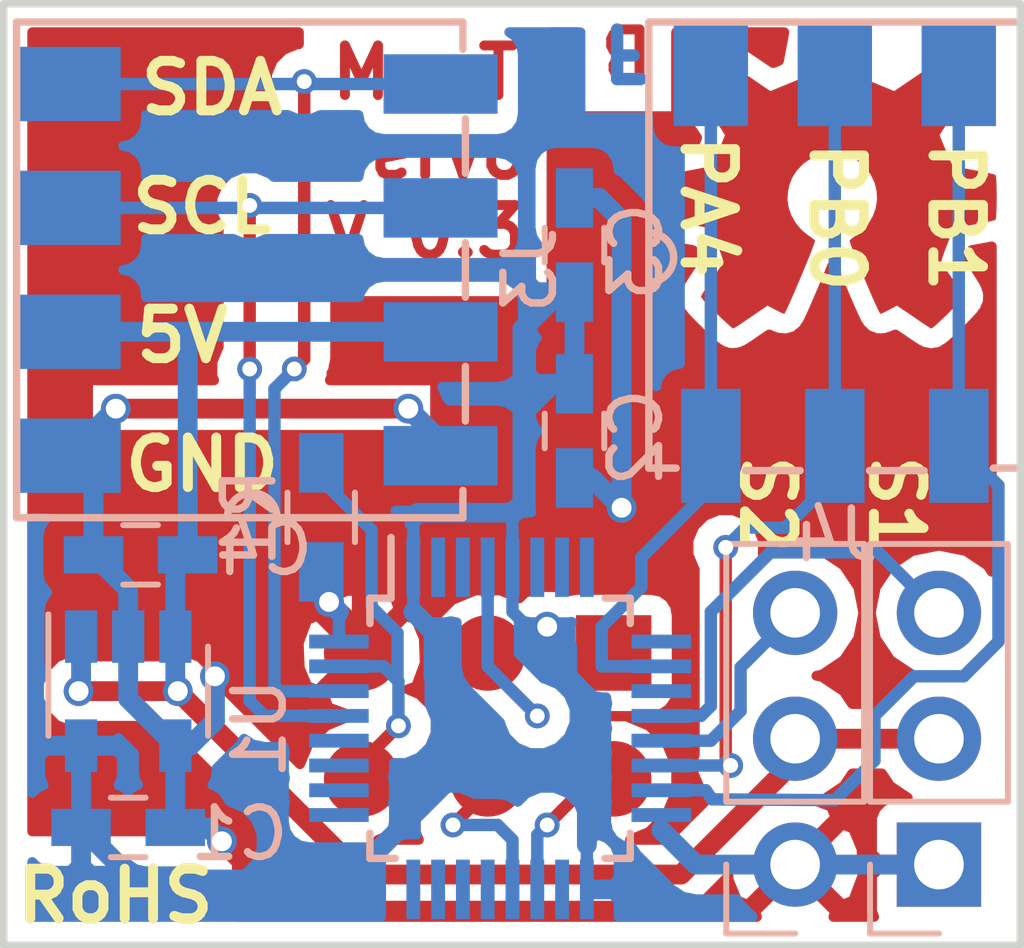
<source format=kicad_pcb>
(kicad_pcb (version 20171130) (host pcbnew 5.0.0-rc3+dfsg1-2)

  (general
    (thickness 1.6)
    (drawings 24)
    (tracks 181)
    (zones 0)
    (modules 13)
    (nets 15)
  )

  (page A4)
  (layers
    (0 F.Cu signal)
    (31 B.Cu signal)
    (32 B.Adhes user)
    (33 F.Adhes user)
    (34 B.Paste user)
    (35 F.Paste user)
    (36 B.SilkS user)
    (37 F.SilkS user)
    (38 B.Mask user)
    (39 F.Mask user)
    (40 Dwgs.User user)
    (41 Cmts.User user)
    (42 Eco1.User user)
    (43 Eco2.User user)
    (44 Edge.Cuts user)
    (45 Margin user)
    (46 B.CrtYd user)
    (47 F.CrtYd user)
    (48 B.Fab user)
    (49 F.Fab user)
  )

  (setup
    (last_trace_width 0.25)
    (user_trace_width 0.25)
    (user_trace_width 0.4)
    (trace_clearance 0.2)
    (zone_clearance 0.4)
    (zone_45_only yes)
    (trace_min 0.2)
    (segment_width 0.2)
    (edge_width 0.15)
    (via_size 0.5)
    (via_drill 0.3)
    (via_min_size 0.4)
    (via_min_drill 0.3)
    (uvia_size 0.3)
    (uvia_drill 0.1)
    (uvias_allowed no)
    (uvia_min_size 0.2)
    (uvia_min_drill 0.1)
    (pcb_text_width 0.3)
    (pcb_text_size 1.5 1.5)
    (mod_edge_width 0.15)
    (mod_text_size 1 1)
    (mod_text_width 0.15)
    (pad_size 1.7 1.7)
    (pad_drill 1)
    (pad_to_mask_clearance 0.2)
    (aux_axis_origin 143.7 114.2)
    (grid_origin 143.46 116.33)
    (visible_elements FFFDEE7F)
    (pcbplotparams
      (layerselection 0x00030_80000001)
      (usegerberextensions false)
      (usegerberattributes false)
      (usegerberadvancedattributes false)
      (creategerberjobfile false)
      (excludeedgelayer true)
      (linewidth 0.100000)
      (plotframeref false)
      (viasonmask false)
      (mode 1)
      (useauxorigin false)
      (hpglpennumber 1)
      (hpglpenspeed 20)
      (hpglpendiameter 15.000000)
      (psnegative false)
      (psa4output false)
      (plotreference true)
      (plotvalue true)
      (plotinvisibletext false)
      (padsonsilk false)
      (subtractmaskfromsilk false)
      (outputformat 1)
      (mirror false)
      (drillshape 1)
      (scaleselection 1)
      (outputdirectory ""))
  )

  (net 0 "")
  (net 1 +3V3)
  (net 2 GND)
  (net 3 "Net-(Prog1-Pad6)")
  (net 4 /Rx)
  (net 5 "Net-(Prog1-Pad3)")
  (net 6 /Tx)
  (net 7 /SDA)
  (net 8 /SCL)
  (net 9 "Net-(J4-Pad2)")
  (net 10 "Net-(J4-Pad1)")
  (net 11 "Net-(J4-Pad3)")
  (net 12 +5V)
  (net 13 /Servo1)
  (net 14 /Servo2)

  (net_class Default "This is the default net class."
    (clearance 0.2)
    (trace_width 0.25)
    (via_dia 0.5)
    (via_drill 0.3)
    (uvia_dia 0.3)
    (uvia_drill 0.1)
    (add_net /Rx)
    (add_net /SCL)
    (add_net /SDA)
    (add_net /Servo1)
    (add_net /Servo2)
    (add_net /Tx)
    (add_net "Net-(J4-Pad1)")
    (add_net "Net-(J4-Pad2)")
    (add_net "Net-(J4-Pad3)")
    (add_net "Net-(Prog1-Pad3)")
    (add_net "Net-(Prog1-Pad6)")
  )

  (net_class Power ""
    (clearance 0.2)
    (trace_width 0.4)
    (via_dia 0.6)
    (via_drill 0.4)
    (uvia_dia 0.3)
    (uvia_drill 0.1)
    (add_net +3V3)
    (add_net +5V)
    (add_net GND)
  )

  (module Pin_Headers:Pin_Header_Straight_1x03_Pitch2.54mm (layer B.Cu) (tedit 59831FF9) (tstamp 598FE654)
    (at 159.02 113.4)
    (descr "Through hole straight pin header, 1x03, 2.54mm pitch, single row")
    (tags "Through hole pin header THT 1x03 2.54mm single row")
    (path /59827AF0)
    (fp_text reference J2 (at 0 2.39) (layer B.SilkS) hide
      (effects (font (size 1 1) (thickness 0.15)) (justify mirror))
    )
    (fp_text value "Servo 2" (at -5.842 -1.016) (layer B.Fab) hide
      (effects (font (size 1 1) (thickness 0.15)) (justify mirror))
    )
    (fp_line (start -1.27 1.27) (end -1.27 -6.35) (layer B.Fab) (width 0.1))
    (fp_line (start -1.27 -6.35) (end 1.27 -6.35) (layer B.Fab) (width 0.1))
    (fp_line (start 1.27 -6.35) (end 1.27 1.27) (layer B.Fab) (width 0.1))
    (fp_line (start 1.27 1.27) (end -1.27 1.27) (layer B.Fab) (width 0.1))
    (fp_line (start -1.39 -1.27) (end -1.39 -6.47) (layer B.SilkS) (width 0.12))
    (fp_line (start -1.39 -6.47) (end 1.39 -6.47) (layer B.SilkS) (width 0.12))
    (fp_line (start 1.39 -6.47) (end 1.39 -1.27) (layer B.SilkS) (width 0.12))
    (fp_line (start 1.39 -1.27) (end -1.39 -1.27) (layer B.SilkS) (width 0.12))
    (fp_line (start -1.39 0) (end -1.39 1.39) (layer B.SilkS) (width 0.12))
    (fp_line (start -1.39 1.39) (end 0 1.39) (layer B.SilkS) (width 0.12))
    (fp_line (start -1.6 1.6) (end -1.6 -6.6) (layer B.CrtYd) (width 0.05))
    (fp_line (start -1.6 -6.6) (end 1.6 -6.6) (layer B.CrtYd) (width 0.05))
    (fp_line (start 1.6 -6.6) (end 1.6 1.6) (layer B.CrtYd) (width 0.05))
    (fp_line (start 1.6 1.6) (end -1.6 1.6) (layer B.CrtYd) (width 0.05))
    (pad 1 thru_hole circle (at 0 0) (size 1.7 1.7) (drill 1) (layers *.Cu *.Mask)
      (net 2 GND))
    (pad 2 thru_hole oval (at 0 -2.54) (size 1.7 1.7) (drill 1) (layers *.Cu *.Mask)
      (net 12 +5V))
    (pad 3 thru_hole oval (at 0 -5.08) (size 1.7 1.7) (drill 1) (layers *.Cu *.Mask)
      (net 14 /Servo2))
    (model Pin_Headers.3dshapes/Pin_Header_Straight_1x03_Pitch2.54mm.wrl
      (offset (xyz 0 -2.539999961853027 0))
      (scale (xyz 1 1 1))
      (rotate (xyz 0 0 90))
    )
  )

  (module Capacitors_SMD:C_0603_HandSoldering (layer B.Cu) (tedit 59833A12) (tstamp 5981FE4A)
    (at 154.57 104.65 270)
    (descr "Capacitor SMD 0603, hand soldering")
    (tags "capacitor 0603")
    (path /59812937)
    (attr smd)
    (fp_text reference C2 (at 0.13 -1.24 270) (layer B.SilkS)
      (effects (font (size 1 1) (thickness 0.15)) (justify mirror))
    )
    (fp_text value 10nF (at 3.556 -0.127 270) (layer B.Fab) hide
      (effects (font (size 1 1) (thickness 0.15)) (justify mirror))
    )
    (fp_text user %R (at 0.13 -1.24 270) (layer B.Fab)
      (effects (font (size 1 1) (thickness 0.15)) (justify mirror))
    )
    (fp_line (start -0.8 -0.4) (end -0.8 0.4) (layer B.Fab) (width 0.1))
    (fp_line (start 0.8 -0.4) (end -0.8 -0.4) (layer B.Fab) (width 0.1))
    (fp_line (start 0.8 0.4) (end 0.8 -0.4) (layer B.Fab) (width 0.1))
    (fp_line (start -0.8 0.4) (end 0.8 0.4) (layer B.Fab) (width 0.1))
    (fp_line (start -0.35 0.6) (end 0.35 0.6) (layer B.SilkS) (width 0.12))
    (fp_line (start 0.35 -0.6) (end -0.35 -0.6) (layer B.SilkS) (width 0.12))
    (fp_line (start -1.8 0.65) (end 1.8 0.65) (layer B.CrtYd) (width 0.05))
    (fp_line (start -1.8 0.65) (end -1.8 -0.65) (layer B.CrtYd) (width 0.05))
    (fp_line (start 1.8 -0.65) (end 1.8 0.65) (layer B.CrtYd) (width 0.05))
    (fp_line (start 1.8 -0.65) (end -1.8 -0.65) (layer B.CrtYd) (width 0.05))
    (pad 1 smd rect (at -0.95 0 270) (size 1.2 0.75) (layers B.Cu B.Paste B.Mask)
      (net 1 +3V3))
    (pad 2 smd rect (at 0.95 0 270) (size 1.2 0.75) (layers B.Cu B.Paste B.Mask)
      (net 2 GND))
    (model Capacitors_SMD.3dshapes/C_0603.wrl
      (at (xyz 0 0 0))
      (scale (xyz 1 1 1))
      (rotate (xyz 0 0 0))
    )
  )

  (module MoaT:PogoPad_2x3_SMD (layer F.Cu) (tedit 59829B6A) (tstamp 59A234D5)
    (at 152.82 110.4 270)
    (path /59812F03)
    (fp_text reference Prog1 (at 0.131 -4.163 270) (layer F.SilkS) hide
      (effects (font (size 1 1) (thickness 0.15)))
    )
    (fp_text value PogoPad (at 0 5.08 270) (layer F.Fab) hide
      (effects (font (size 1 1) (thickness 0.15)))
    )
    (pad 6 smd circle (at 1.27 2.54 270) (size 1.524 1.524) (layers F.Cu F.Mask)
      (net 3 "Net-(Prog1-Pad6)"))
    (pad 5 smd circle (at -1.27 2.54 270) (size 1.524 1.524) (layers F.Cu F.Mask)
      (net 2 GND))
    (pad 4 smd circle (at 1.27 0 270) (size 1.524 1.524) (layers F.Cu F.Mask)
      (net 4 /Rx))
    (pad 3 smd circle (at -1.27 0 270) (size 1.524 1.524) (layers F.Cu F.Mask)
      (net 5 "Net-(Prog1-Pad3)"))
    (pad 2 smd circle (at 1.27 -2.54 270) (size 1.524 1.524) (layers F.Cu F.Mask)
      (net 6 /Tx))
    (pad 1 smd rect (at -1.27 -2.54 270) (size 1.524 1.524) (layers F.Cu F.Mask)
      (net 1 +3V3))
  )

  (module MoaT:AVX_9276_3Pin_HS (layer B.Cu) (tedit 5982D0FC) (tstamp 5992A1EF)
    (at 159.82 101.15)
    (path /59828470)
    (fp_text reference J4 (at 0 5.6) (layer B.SilkS)
      (effects (font (size 1 1) (thickness 0.15)) (justify mirror))
    )
    (fp_text value I/O (at 0 0) (layer B.Fab)
      (effects (font (size 1 1) (thickness 0.15)) (justify mirror))
    )
    (fp_line (start -3.75 4.25) (end -3.2 4.25) (layer B.SilkS) (width 0.15))
    (fp_line (start -0.7 4.3) (end -1.8 4.3) (layer B.SilkS) (width 0.15))
    (fp_line (start 1.8 4.3) (end 0.7 4.3) (layer B.SilkS) (width 0.15))
    (fp_line (start 3.75 4.25) (end 3.2 4.25) (layer B.SilkS) (width 0.15))
    (fp_line (start -3.75 -4.75) (end 3.75 -4.75) (layer B.SilkS) (width 0.15))
    (fp_line (start 3.75 -4.75) (end 3.75 4.25) (layer B.SilkS) (width 0.15))
    (fp_line (start -3.75 4.25) (end -3.75 -4.75) (layer B.SilkS) (width 0.15))
    (fp_arc (start -3.75 0) (end -3.25 0) (angle -90) (layer B.SilkS) (width 0.15))
    (fp_arc (start -3.75 0) (end -3.75 0.5) (angle -90) (layer B.SilkS) (width 0.15))
    (pad 3 smd rect (at 2.5 -3.7) (size 1.5 2.1) (layers B.Cu B.Paste B.Mask)
      (net 11 "Net-(J4-Pad3)"))
    (pad 2 smd rect (at 0 -3.7) (size 1.5 2.1) (layers B.Cu B.Paste B.Mask)
      (net 9 "Net-(J4-Pad2)"))
    (pad 1 smd rect (at -2.5 -3.7) (size 1.5 2.1) (layers B.Cu B.Paste B.Mask)
      (net 10 "Net-(J4-Pad1)"))
    (pad 1 smd rect (at -2.5 3.8) (size 1.2 2.3) (layers B.Cu B.Paste B.Mask)
      (net 10 "Net-(J4-Pad1)"))
    (pad 2 smd rect (at 0 3.8) (size 1.2 2.3) (layers B.Cu B.Paste B.Mask)
      (net 9 "Net-(J4-Pad2)"))
    (pad 3 smd rect (at 2.5 3.8) (size 1.2 2.3) (layers B.Cu B.Paste B.Mask)
      (net 11 "Net-(J4-Pad3)"))
  )

  (module Housings_QFP:LQFP-32_5x5mm_Pitch0.5mm (layer B.Cu) (tedit 5982865D) (tstamp 59822864)
    (at 153.07 110.65 270)
    (descr "LQFP32: plastic low profile quad flat package; 32 leads; body 5 x 5 x 1.4 mm (see NXP sot401-1_fr.pdf and sot401-1_po.pdf)")
    (tags "QFP 0.5")
    (path /5981FD72)
    (attr smd)
    (fp_text reference U1 (at 0 4.85 270) (layer B.SilkS)
      (effects (font (size 1 1) (thickness 0.15)) (justify mirror))
    )
    (fp_text value STM32F030K6Tx (at 0.127 -5.08 270) (layer B.Fab) hide
      (effects (font (size 1 1) (thickness 0.15)) (justify mirror))
    )
    (fp_text user %R (at 0 0 270) (layer B.Fab)
      (effects (font (size 1 1) (thickness 0.15)) (justify mirror))
    )
    (fp_line (start -1.5 2.5) (end 2.5 2.5) (layer B.Fab) (width 0.15))
    (fp_line (start 2.5 2.5) (end 2.5 -2.5) (layer B.Fab) (width 0.15))
    (fp_line (start 2.5 -2.5) (end -2.5 -2.5) (layer B.Fab) (width 0.15))
    (fp_line (start -2.5 -2.5) (end -2.5 1.5) (layer B.Fab) (width 0.15))
    (fp_line (start -2.5 1.5) (end -1.5 2.5) (layer B.Fab) (width 0.15))
    (fp_line (start -4.1 4.1) (end -4.1 -4.1) (layer B.CrtYd) (width 0.05))
    (fp_line (start 4.1 4.1) (end 4.1 -4.1) (layer B.CrtYd) (width 0.05))
    (fp_line (start -4.1 4.1) (end 4.1 4.1) (layer B.CrtYd) (width 0.05))
    (fp_line (start -4.1 -4.1) (end 4.1 -4.1) (layer B.CrtYd) (width 0.05))
    (fp_line (start -2.625 2.625) (end -2.625 2.2) (layer B.SilkS) (width 0.15))
    (fp_line (start 2.625 2.625) (end 2.625 2.115) (layer B.SilkS) (width 0.15))
    (fp_line (start 2.625 -2.625) (end 2.625 -2.115) (layer B.SilkS) (width 0.15))
    (fp_line (start -2.625 -2.625) (end -2.625 -2.115) (layer B.SilkS) (width 0.15))
    (fp_line (start -2.625 2.625) (end -2.115 2.625) (layer B.SilkS) (width 0.15))
    (fp_line (start -2.625 -2.625) (end -2.115 -2.625) (layer B.SilkS) (width 0.15))
    (fp_line (start 2.625 -2.625) (end 2.115 -2.625) (layer B.SilkS) (width 0.15))
    (fp_line (start 2.625 2.625) (end 2.115 2.625) (layer B.SilkS) (width 0.15))
    (fp_line (start -2.625 2.2) (end -3.85 2.2) (layer B.SilkS) (width 0.15))
    (pad 1 smd rect (at -3.25 1.75 270) (size 1.2 0.28) (layers B.Cu B.Paste B.Mask)
      (net 1 +3V3))
    (pad 2 smd rect (at -3.25 1.25 270) (size 1.2 0.28) (layers B.Cu B.Paste B.Mask))
    (pad 3 smd rect (at -3.25 0.75 270) (size 1.2 0.28) (layers B.Cu B.Paste B.Mask))
    (pad 4 smd rect (at -3.25 0.25 270) (size 1.2 0.28) (layers B.Cu B.Paste B.Mask)
      (net 5 "Net-(Prog1-Pad3)"))
    (pad 5 smd rect (at -3.25 -0.25 270) (size 1.2 0.28) (layers B.Cu B.Paste B.Mask)
      (net 1 +3V3))
    (pad 6 smd rect (at -3.25 -0.75 270) (size 1.2 0.28) (layers B.Cu B.Paste B.Mask))
    (pad 7 smd rect (at -3.25 -1.25 270) (size 1.2 0.28) (layers B.Cu B.Paste B.Mask))
    (pad 8 smd rect (at -3.25 -1.75 270) (size 1.2 0.28) (layers B.Cu B.Paste B.Mask))
    (pad 9 smd rect (at -1.75 -3.25 180) (size 1.2 0.28) (layers B.Cu B.Paste B.Mask))
    (pad 10 smd rect (at -1.25 -3.25 180) (size 1.2 0.28) (layers B.Cu B.Paste B.Mask)
      (net 10 "Net-(J4-Pad1)"))
    (pad 11 smd rect (at -0.75 -3.25 180) (size 1.2 0.28) (layers B.Cu B.Paste B.Mask))
    (pad 12 smd rect (at -0.25 -3.25 180) (size 1.2 0.28) (layers B.Cu B.Paste B.Mask)
      (net 13 /Servo1))
    (pad 13 smd rect (at 0.25 -3.25 180) (size 1.2 0.28) (layers B.Cu B.Paste B.Mask)
      (net 14 /Servo2))
    (pad 14 smd rect (at 0.75 -3.25 180) (size 1.2 0.28) (layers B.Cu B.Paste B.Mask)
      (net 9 "Net-(J4-Pad2)"))
    (pad 15 smd rect (at 1.25 -3.25 180) (size 1.2 0.28) (layers B.Cu B.Paste B.Mask)
      (net 11 "Net-(J4-Pad3)"))
    (pad 16 smd rect (at 1.75 -3.25 180) (size 1.2 0.28) (layers B.Cu B.Paste B.Mask)
      (net 2 GND))
    (pad 17 smd rect (at 3.25 -1.75 270) (size 1.2 0.28) (layers B.Cu B.Paste B.Mask)
      (net 1 +3V3))
    (pad 18 smd rect (at 3.25 -1.25 270) (size 1.2 0.28) (layers B.Cu B.Paste B.Mask))
    (pad 19 smd rect (at 3.25 -0.75 270) (size 1.2 0.28) (layers B.Cu B.Paste B.Mask)
      (net 6 /Tx))
    (pad 20 smd rect (at 3.25 -0.25 270) (size 1.2 0.28) (layers B.Cu B.Paste B.Mask)
      (net 4 /Rx))
    (pad 21 smd rect (at 3.25 0.25 270) (size 1.2 0.28) (layers B.Cu B.Paste B.Mask))
    (pad 22 smd rect (at 3.25 0.75 270) (size 1.2 0.28) (layers B.Cu B.Paste B.Mask))
    (pad 23 smd rect (at 3.25 1.25 270) (size 1.2 0.28) (layers B.Cu B.Paste B.Mask))
    (pad 24 smd rect (at 3.25 1.75 270) (size 1.2 0.28) (layers B.Cu B.Paste B.Mask))
    (pad 25 smd rect (at 1.75 3.25 180) (size 1.2 0.28) (layers B.Cu B.Paste B.Mask))
    (pad 26 smd rect (at 1.25 3.25 180) (size 1.2 0.28) (layers B.Cu B.Paste B.Mask))
    (pad 27 smd rect (at 0.75 3.25 180) (size 1.2 0.28) (layers B.Cu B.Paste B.Mask))
    (pad 28 smd rect (at 0.25 3.25 180) (size 1.2 0.28) (layers B.Cu B.Paste B.Mask))
    (pad 29 smd rect (at -0.25 3.25 180) (size 1.2 0.28) (layers B.Cu B.Paste B.Mask)
      (net 8 /SCL))
    (pad 30 smd rect (at -0.75 3.25 180) (size 1.2 0.28) (layers B.Cu B.Paste B.Mask)
      (net 7 /SDA))
    (pad 31 smd rect (at -1.25 3.25 180) (size 1.2 0.28) (layers B.Cu B.Paste B.Mask)
      (net 3 "Net-(Prog1-Pad6)"))
    (pad 32 smd rect (at -1.75 3.25 180) (size 1.2 0.28) (layers B.Cu B.Paste B.Mask)
      (net 2 GND))
    (model Housings_QFP.3dshapes/LQFP-32_5x5mm_Pitch0.5mm.wrl
      (at (xyz 0 0 0))
      (scale (xyz 1 1 1))
      (rotate (xyz 0 0 0))
    )
  )

  (module Capacitors_SMD:C_0603_HandSoldering (layer B.Cu) (tedit 59833A02) (tstamp 5981FE39)
    (at 145.57 112.65)
    (descr "Capacitor SMD 0603, hand soldering")
    (tags "capacitor 0603")
    (path /59812822)
    (attr smd)
    (fp_text reference C1 (at 2.24 0.13) (layer B.SilkS)
      (effects (font (size 1 1) (thickness 0.15)) (justify mirror))
    )
    (fp_text value 1µF (at 3.302 0) (layer B.Fab) hide
      (effects (font (size 1 1) (thickness 0.15)) (justify mirror))
    )
    (fp_text user %R (at 2.24 0.13) (layer B.Fab)
      (effects (font (size 1 1) (thickness 0.15)) (justify mirror))
    )
    (fp_line (start -0.8 -0.4) (end -0.8 0.4) (layer B.Fab) (width 0.1))
    (fp_line (start 0.8 -0.4) (end -0.8 -0.4) (layer B.Fab) (width 0.1))
    (fp_line (start 0.8 0.4) (end 0.8 -0.4) (layer B.Fab) (width 0.1))
    (fp_line (start -0.8 0.4) (end 0.8 0.4) (layer B.Fab) (width 0.1))
    (fp_line (start -0.35 0.6) (end 0.35 0.6) (layer B.SilkS) (width 0.12))
    (fp_line (start 0.35 -0.6) (end -0.35 -0.6) (layer B.SilkS) (width 0.12))
    (fp_line (start -1.8 0.65) (end 1.8 0.65) (layer B.CrtYd) (width 0.05))
    (fp_line (start -1.8 0.65) (end -1.8 -0.65) (layer B.CrtYd) (width 0.05))
    (fp_line (start 1.8 -0.65) (end 1.8 0.65) (layer B.CrtYd) (width 0.05))
    (fp_line (start 1.8 -0.65) (end -1.8 -0.65) (layer B.CrtYd) (width 0.05))
    (pad 1 smd rect (at -0.95 0) (size 1.2 0.75) (layers B.Cu B.Paste B.Mask)
      (net 1 +3V3))
    (pad 2 smd rect (at 0.95 0) (size 1.2 0.75) (layers B.Cu B.Paste B.Mask)
      (net 2 GND))
    (model Capacitors_SMD.3dshapes/C_0603.wrl
      (at (xyz 0 0 0))
      (scale (xyz 1 1 1))
      (rotate (xyz 0 0 0))
    )
  )

  (module Capacitors_SMD:C_0603_HandSoldering (layer B.Cu) (tedit 59833A1C) (tstamp 5981FE5B)
    (at 154.57 100.9 90)
    (descr "Capacitor SMD 0603, hand soldering")
    (tags "capacitor 0603")
    (path /598129A9)
    (attr smd)
    (fp_text reference C3 (at -0.13 1.24 90) (layer B.SilkS)
      (effects (font (size 1 1) (thickness 0.15)) (justify mirror))
    )
    (fp_text value 100nF (at -4.064 0 90) (layer B.Fab) hide
      (effects (font (size 1 1) (thickness 0.15)) (justify mirror))
    )
    (fp_text user %R (at -0.13 1.24 90) (layer B.Fab)
      (effects (font (size 1 1) (thickness 0.15)) (justify mirror))
    )
    (fp_line (start -0.8 -0.4) (end -0.8 0.4) (layer B.Fab) (width 0.1))
    (fp_line (start 0.8 -0.4) (end -0.8 -0.4) (layer B.Fab) (width 0.1))
    (fp_line (start 0.8 0.4) (end 0.8 -0.4) (layer B.Fab) (width 0.1))
    (fp_line (start -0.8 0.4) (end 0.8 0.4) (layer B.Fab) (width 0.1))
    (fp_line (start -0.35 0.6) (end 0.35 0.6) (layer B.SilkS) (width 0.12))
    (fp_line (start 0.35 -0.6) (end -0.35 -0.6) (layer B.SilkS) (width 0.12))
    (fp_line (start -1.8 0.65) (end 1.8 0.65) (layer B.CrtYd) (width 0.05))
    (fp_line (start -1.8 0.65) (end -1.8 -0.65) (layer B.CrtYd) (width 0.05))
    (fp_line (start 1.8 -0.65) (end 1.8 0.65) (layer B.CrtYd) (width 0.05))
    (fp_line (start 1.8 -0.65) (end -1.8 -0.65) (layer B.CrtYd) (width 0.05))
    (pad 1 smd rect (at -0.95 0 90) (size 1.2 0.75) (layers B.Cu B.Paste B.Mask)
      (net 1 +3V3))
    (pad 2 smd rect (at 0.95 0 90) (size 1.2 0.75) (layers B.Cu B.Paste B.Mask)
      (net 2 GND))
    (model Capacitors_SMD.3dshapes/C_0603.wrl
      (at (xyz 0 0 0))
      (scale (xyz 1 1 1))
      (rotate (xyz 0 0 0))
    )
  )

  (module Pin_Headers:Pin_Header_Straight_1x03_Pitch2.54mm (layer B.Cu) (tedit 59828679) (tstamp 598FE640)
    (at 161.92 113.4)
    (descr "Through hole straight pin header, 1x03, 2.54mm pitch, single row")
    (tags "Through hole pin header THT 1x03 2.54mm single row")
    (path /598279FD)
    (fp_text reference J1 (at 0 2.39) (layer B.SilkS) hide
      (effects (font (size 1 1) (thickness 0.15)) (justify mirror))
    )
    (fp_text value "Servo 1" (at 2.413 -1.27 270) (layer B.Fab) hide
      (effects (font (size 1 1) (thickness 0.15)) (justify mirror))
    )
    (fp_line (start -1.27 1.27) (end -1.27 -6.35) (layer B.Fab) (width 0.1))
    (fp_line (start -1.27 -6.35) (end 1.27 -6.35) (layer B.Fab) (width 0.1))
    (fp_line (start 1.27 -6.35) (end 1.27 1.27) (layer B.Fab) (width 0.1))
    (fp_line (start 1.27 1.27) (end -1.27 1.27) (layer B.Fab) (width 0.1))
    (fp_line (start -1.39 -1.27) (end -1.39 -6.47) (layer B.SilkS) (width 0.12))
    (fp_line (start -1.39 -6.47) (end 1.39 -6.47) (layer B.SilkS) (width 0.12))
    (fp_line (start 1.39 -6.47) (end 1.39 -1.27) (layer B.SilkS) (width 0.12))
    (fp_line (start 1.39 -1.27) (end -1.39 -1.27) (layer B.SilkS) (width 0.12))
    (fp_line (start -1.39 0) (end -1.39 1.39) (layer B.SilkS) (width 0.12))
    (fp_line (start -1.39 1.39) (end 0 1.39) (layer B.SilkS) (width 0.12))
    (fp_line (start -1.6 1.6) (end -1.6 -6.6) (layer B.CrtYd) (width 0.05))
    (fp_line (start -1.6 -6.6) (end 1.6 -6.6) (layer B.CrtYd) (width 0.05))
    (fp_line (start 1.6 -6.6) (end 1.6 1.6) (layer B.CrtYd) (width 0.05))
    (fp_line (start 1.6 1.6) (end -1.6 1.6) (layer B.CrtYd) (width 0.05))
    (pad 1 thru_hole rect (at 0 0) (size 1.7 1.7) (drill 1) (layers *.Cu *.Mask)
      (net 2 GND))
    (pad 2 thru_hole oval (at 0 -2.54) (size 1.7 1.7) (drill 1) (layers *.Cu *.Mask)
      (net 12 +5V))
    (pad 3 thru_hole oval (at 0 -5.08) (size 1.7 1.7) (drill 1) (layers *.Cu *.Mask)
      (net 13 /Servo1))
    (model Pin_Headers.3dshapes/Pin_Header_Straight_1x03_Pitch2.54mm.wrl
      (offset (xyz 0 -2.539999961853027 0))
      (scale (xyz 1 1 1))
      (rotate (xyz 0 0 90))
    )
  )

  (module MoaT:AVX_9276_4Pin_HS (layer B.Cu) (tedit 598290A2) (tstamp 59929D3C)
    (at 148.07 101.4 90)
    (path /59827F94)
    (fp_text reference J3 (at 0 5.6 90) (layer B.SilkS)
      (effects (font (size 1 1) (thickness 0.15)) (justify mirror))
    )
    (fp_text value System (at -2.7 0.4) (layer B.Fab)
      (effects (font (size 1 1) (thickness 0.15)) (justify mirror))
    )
    (fp_line (start -5 4.25) (end -4.45 4.25) (layer B.SilkS) (width 0.15))
    (fp_line (start -1.95 4.3) (end -3.05 4.3) (layer B.SilkS) (width 0.15))
    (fp_line (start 0.55 4.3) (end -0.55 4.3) (layer B.SilkS) (width 0.15))
    (fp_line (start 3.05 4.3) (end 1.95 4.3) (layer B.SilkS) (width 0.15))
    (fp_line (start 5 4.25) (end 4.45 4.25) (layer B.SilkS) (width 0.15))
    (fp_line (start -5 -4.75) (end 5 -4.75) (layer B.SilkS) (width 0.15))
    (fp_line (start 5 -4.75) (end 5 4.25) (layer B.SilkS) (width 0.15))
    (fp_line (start -5 4.25) (end -5 -4.75) (layer B.SilkS) (width 0.15))
    (fp_arc (start -5 0) (end -4.5 0) (angle -90) (layer B.SilkS) (width 0.15))
    (fp_arc (start -5 0) (end -5 0.5) (angle -90) (layer B.SilkS) (width 0.15))
    (pad 4 smd rect (at 3.75 -3.7 90) (size 1.5 2.1) (layers B.Cu B.Paste B.Mask)
      (net 7 /SDA))
    (pad 3 smd rect (at 1.25 -3.7 90) (size 1.5 2.1) (layers B.Cu B.Paste B.Mask)
      (net 8 /SCL))
    (pad 2 smd rect (at -1.25 -3.7 90) (size 1.5 2.1) (layers B.Cu B.Paste B.Mask)
      (net 12 +5V))
    (pad 1 smd rect (at -3.75 -3.7 90) (size 1.5 2.1) (layers B.Cu B.Paste B.Mask)
      (net 2 GND))
    (pad 1 smd rect (at -3.75 3.8 90) (size 1.2 2.3) (layers B.Cu B.Paste B.Mask)
      (net 2 GND))
    (pad 2 smd rect (at -1.25 3.8 90) (size 1.2 2.3) (layers B.Cu B.Paste B.Mask)
      (net 12 +5V))
    (pad 3 smd rect (at 1.25 3.8 90) (size 1.2 2.3) (layers B.Cu B.Paste B.Mask)
      (net 8 /SCL))
    (pad 4 smd rect (at 3.75 3.8 90) (size 1.2 2.3) (layers B.Cu B.Paste B.Mask)
      (net 7 /SDA))
  )

  (module Capacitors_SMD:C_0603_HandSoldering (layer B.Cu) (tedit 59896A4C) (tstamp 59A22B9C)
    (at 145.82 107.15 180)
    (descr "Capacitor SMD 0603, hand soldering")
    (tags "capacitor 0603")
    (path /5982C67B)
    (attr smd)
    (fp_text reference C4 (at -2.49 0.12 180) (layer B.SilkS)
      (effects (font (size 1 1) (thickness 0.15)) (justify mirror))
    )
    (fp_text value 1µF (at 0 -1.5 180) (layer B.Fab) hide
      (effects (font (size 1 1) (thickness 0.15)) (justify mirror))
    )
    (fp_text user %R (at -0.24 1.32 180) (layer B.Fab)
      (effects (font (size 1 1) (thickness 0.15)) (justify mirror))
    )
    (fp_line (start -0.8 -0.4) (end -0.8 0.4) (layer B.Fab) (width 0.1))
    (fp_line (start 0.8 -0.4) (end -0.8 -0.4) (layer B.Fab) (width 0.1))
    (fp_line (start 0.8 0.4) (end 0.8 -0.4) (layer B.Fab) (width 0.1))
    (fp_line (start -0.8 0.4) (end 0.8 0.4) (layer B.Fab) (width 0.1))
    (fp_line (start -0.35 0.6) (end 0.35 0.6) (layer B.SilkS) (width 0.12))
    (fp_line (start 0.35 -0.6) (end -0.35 -0.6) (layer B.SilkS) (width 0.12))
    (fp_line (start -1.8 0.65) (end 1.8 0.65) (layer B.CrtYd) (width 0.05))
    (fp_line (start -1.8 0.65) (end -1.8 -0.65) (layer B.CrtYd) (width 0.05))
    (fp_line (start 1.8 -0.65) (end 1.8 0.65) (layer B.CrtYd) (width 0.05))
    (fp_line (start 1.8 -0.65) (end -1.8 -0.65) (layer B.CrtYd) (width 0.05))
    (pad 1 smd rect (at -0.95 0 180) (size 1.2 0.75) (layers B.Cu B.Paste B.Mask)
      (net 12 +5V))
    (pad 2 smd rect (at 0.95 0 180) (size 1.2 0.75) (layers B.Cu B.Paste B.Mask)
      (net 2 GND))
    (model Capacitors_SMD.3dshapes/C_0603.wrl
      (at (xyz 0 0 0))
      (scale (xyz 1 1 1))
      (rotate (xyz 0 0 0))
    )
  )

  (module TO_SOT_Packages_SMD:SOT-23-5 (layer B.Cu) (tedit 59833B16) (tstamp 59A22BB0)
    (at 145.57 109.9 270)
    (descr "5-pin SOT23 package")
    (tags SOT-23-5)
    (path /5982C268)
    (attr smd)
    (fp_text reference U2 (at -0.87 -2.49 270) (layer B.SilkS) hide
      (effects (font (size 1 1) (thickness 0.15)) (justify mirror))
    )
    (fp_text value TPS76333 (at 0 -2.9 270) (layer B.Fab) hide
      (effects (font (size 1 1) (thickness 0.15)) (justify mirror))
    )
    (fp_line (start -0.9 -1.61) (end 0.9 -1.61) (layer B.SilkS) (width 0.12))
    (fp_line (start 0.9 1.61) (end -1.55 1.61) (layer B.SilkS) (width 0.12))
    (fp_line (start -1.9 1.8) (end 1.9 1.8) (layer B.CrtYd) (width 0.05))
    (fp_line (start 1.9 1.8) (end 1.9 -1.8) (layer B.CrtYd) (width 0.05))
    (fp_line (start 1.9 -1.8) (end -1.9 -1.8) (layer B.CrtYd) (width 0.05))
    (fp_line (start -1.9 -1.8) (end -1.9 1.8) (layer B.CrtYd) (width 0.05))
    (fp_line (start -0.9 0.9) (end -0.25 1.55) (layer B.Fab) (width 0.1))
    (fp_line (start 0.9 1.55) (end -0.25 1.55) (layer B.Fab) (width 0.1))
    (fp_line (start -0.9 0.9) (end -0.9 -1.55) (layer B.Fab) (width 0.1))
    (fp_line (start 0.9 -1.55) (end -0.9 -1.55) (layer B.Fab) (width 0.1))
    (fp_line (start 0.9 1.55) (end 0.9 -1.55) (layer B.Fab) (width 0.1))
    (pad 1 smd rect (at -1.1 0.95 270) (size 1.06 0.65) (layers B.Cu B.Paste B.Mask)
      (net 12 +5V))
    (pad 2 smd rect (at -1.1 0 270) (size 1.06 0.65) (layers B.Cu B.Paste B.Mask)
      (net 2 GND))
    (pad 3 smd rect (at -1.1 -0.95 270) (size 1.06 0.65) (layers B.Cu B.Paste B.Mask)
      (net 12 +5V))
    (pad 4 smd rect (at 1.1 -0.95 270) (size 1.06 0.65) (layers B.Cu B.Paste B.Mask)
      (net 2 GND))
    (pad 5 smd rect (at 1.1 0.95 270) (size 1.06 0.65) (layers B.Cu B.Paste B.Mask)
      (net 1 +3V3))
    (model TO_SOT_Packages_SMD.3dshapes/SOT-23-5.wrl
      (at (xyz 0 0 0))
      (scale (xyz 1 1 1))
      (rotate (xyz 0 0 0))
    )
  )

  (module Resistors_SMD:R_0603_HandSoldering (layer B.Cu) (tedit 58AAD9E8) (tstamp 5988174D)
    (at 149.463 106.394 270)
    (descr "Resistor SMD 0603, hand soldering")
    (tags "resistor 0603")
    (path /598816E6)
    (attr smd)
    (fp_text reference R1 (at 0 1.45 270) (layer B.SilkS)
      (effects (font (size 1 1) (thickness 0.15)) (justify mirror))
    )
    (fp_text value 10k (at 0 -1.55 270) (layer B.Fab)
      (effects (font (size 1 1) (thickness 0.15)) (justify mirror))
    )
    (fp_text user %R (at 0 1.45 270) (layer B.Fab)
      (effects (font (size 1 1) (thickness 0.15)) (justify mirror))
    )
    (fp_line (start -0.8 -0.4) (end -0.8 0.4) (layer B.Fab) (width 0.1))
    (fp_line (start 0.8 -0.4) (end -0.8 -0.4) (layer B.Fab) (width 0.1))
    (fp_line (start 0.8 0.4) (end 0.8 -0.4) (layer B.Fab) (width 0.1))
    (fp_line (start -0.8 0.4) (end 0.8 0.4) (layer B.Fab) (width 0.1))
    (fp_line (start 0.5 -0.68) (end -0.5 -0.68) (layer B.SilkS) (width 0.12))
    (fp_line (start -0.5 0.68) (end 0.5 0.68) (layer B.SilkS) (width 0.12))
    (fp_line (start -1.96 0.7) (end 1.95 0.7) (layer B.CrtYd) (width 0.05))
    (fp_line (start -1.96 0.7) (end -1.96 -0.7) (layer B.CrtYd) (width 0.05))
    (fp_line (start 1.95 -0.7) (end 1.95 0.7) (layer B.CrtYd) (width 0.05))
    (fp_line (start 1.95 -0.7) (end -1.96 -0.7) (layer B.CrtYd) (width 0.05))
    (pad 1 smd rect (at -1.1 0 270) (size 1.2 0.9) (layers B.Cu B.Paste B.Mask)
      (net 3 "Net-(Prog1-Pad6)"))
    (pad 2 smd rect (at 1.1 0 270) (size 1.2 0.9) (layers B.Cu B.Paste B.Mask)
      (net 2 GND))
    (model Resistors_SMD.3dshapes/R_0603.wrl
      (at (xyz 0 0 0))
      (scale (xyz 1 1 1))
      (rotate (xyz 0 0 0))
    )
  )

  (module Symbols:OSHW-Symbol_6.7x6mm_Copper (layer F.Cu) (tedit 0) (tstamp 598D6342)
    (at 159.76 99.63)
    (descr "Open Source Hardware Symbol")
    (tags "Logo Symbol OSHW")
    (attr virtual)
    (fp_text reference REF*** (at 0 0) (layer F.SilkS) hide
      (effects (font (size 1 1) (thickness 0.15)))
    )
    (fp_text value OSHW-Symbol_6.7x6mm_Copper (at 0.75 0) (layer F.Fab) hide
      (effects (font (size 1 1) (thickness 0.15)))
    )
    (fp_poly (pts (xy 0.555814 -2.531069) (xy 0.639635 -2.086445) (xy 0.94892 -1.958947) (xy 1.258206 -1.831449)
      (xy 1.629246 -2.083754) (xy 1.733157 -2.154004) (xy 1.827087 -2.216728) (xy 1.906652 -2.269062)
      (xy 1.96747 -2.308143) (xy 2.005157 -2.331107) (xy 2.015421 -2.336058) (xy 2.03391 -2.323324)
      (xy 2.07342 -2.288118) (xy 2.129522 -2.234938) (xy 2.197787 -2.168282) (xy 2.273786 -2.092646)
      (xy 2.353092 -2.012528) (xy 2.431275 -1.932426) (xy 2.503907 -1.856836) (xy 2.566559 -1.790255)
      (xy 2.614803 -1.737182) (xy 2.64421 -1.702113) (xy 2.651241 -1.690377) (xy 2.641123 -1.66874)
      (xy 2.612759 -1.621338) (xy 2.569129 -1.552807) (xy 2.513218 -1.467785) (xy 2.448006 -1.370907)
      (xy 2.410219 -1.31565) (xy 2.341343 -1.214752) (xy 2.28014 -1.123701) (xy 2.229578 -1.04703)
      (xy 2.192628 -0.989272) (xy 2.172258 -0.954957) (xy 2.169197 -0.947746) (xy 2.176136 -0.927252)
      (xy 2.195051 -0.879487) (xy 2.223087 -0.811168) (xy 2.257391 -0.729011) (xy 2.295109 -0.63973)
      (xy 2.333387 -0.550042) (xy 2.36937 -0.466662) (xy 2.400206 -0.396306) (xy 2.423039 -0.34569)
      (xy 2.435017 -0.321529) (xy 2.435724 -0.320578) (xy 2.454531 -0.315964) (xy 2.504618 -0.305672)
      (xy 2.580793 -0.290713) (xy 2.677865 -0.272099) (xy 2.790643 -0.250841) (xy 2.856442 -0.238582)
      (xy 2.97695 -0.215638) (xy 3.085797 -0.193805) (xy 3.177476 -0.174278) (xy 3.246481 -0.158252)
      (xy 3.287304 -0.146921) (xy 3.295511 -0.143326) (xy 3.303548 -0.118994) (xy 3.310033 -0.064041)
      (xy 3.31497 0.015108) (xy 3.318364 0.112026) (xy 3.320218 0.220287) (xy 3.320538 0.333465)
      (xy 3.319327 0.445135) (xy 3.31659 0.548868) (xy 3.312331 0.638241) (xy 3.306555 0.706826)
      (xy 3.299267 0.748197) (xy 3.294895 0.75681) (xy 3.268764 0.767133) (xy 3.213393 0.781892)
      (xy 3.136107 0.799352) (xy 3.04423 0.81778) (xy 3.012158 0.823741) (xy 2.857524 0.852066)
      (xy 2.735375 0.874876) (xy 2.641673 0.89308) (xy 2.572384 0.907583) (xy 2.523471 0.919292)
      (xy 2.490897 0.929115) (xy 2.470628 0.937956) (xy 2.458626 0.946724) (xy 2.456947 0.948457)
      (xy 2.440184 0.976371) (xy 2.414614 1.030695) (xy 2.382788 1.104777) (xy 2.34726 1.191965)
      (xy 2.310583 1.285608) (xy 2.275311 1.379052) (xy 2.243996 1.465647) (xy 2.219193 1.53874)
      (xy 2.203454 1.591678) (xy 2.199332 1.617811) (xy 2.199676 1.618726) (xy 2.213641 1.640086)
      (xy 2.245322 1.687084) (xy 2.291391 1.754827) (xy 2.348518 1.838423) (xy 2.413373 1.932982)
      (xy 2.431843 1.959854) (xy 2.497699 2.057275) (xy 2.55565 2.146163) (xy 2.602538 2.221412)
      (xy 2.635207 2.27792) (xy 2.6505 2.310581) (xy 2.651241 2.314593) (xy 2.638392 2.335684)
      (xy 2.602888 2.377464) (xy 2.549293 2.435445) (xy 2.482171 2.505135) (xy 2.406087 2.582045)
      (xy 2.325604 2.661683) (xy 2.245287 2.739561) (xy 2.169699 2.811186) (xy 2.103405 2.87207)
      (xy 2.050969 2.917721) (xy 2.016955 2.94365) (xy 2.007545 2.947883) (xy 1.985643 2.937912)
      (xy 1.9408 2.91102) (xy 1.880321 2.871736) (xy 1.833789 2.840117) (xy 1.749475 2.782098)
      (xy 1.649626 2.713784) (xy 1.549473 2.645579) (xy 1.495627 2.609075) (xy 1.313371 2.4858)
      (xy 1.160381 2.56852) (xy 1.090682 2.604759) (xy 1.031414 2.632926) (xy 0.991311 2.648991)
      (xy 0.981103 2.651226) (xy 0.968829 2.634722) (xy 0.944613 2.588082) (xy 0.910263 2.515609)
      (xy 0.867588 2.421606) (xy 0.818394 2.310374) (xy 0.76449 2.186215) (xy 0.707684 2.053432)
      (xy 0.649782 1.916327) (xy 0.592593 1.779202) (xy 0.537924 1.646358) (xy 0.487584 1.522098)
      (xy 0.44338 1.410725) (xy 0.407119 1.316539) (xy 0.380609 1.243844) (xy 0.365658 1.196941)
      (xy 0.363254 1.180833) (xy 0.382311 1.160286) (xy 0.424036 1.126933) (xy 0.479706 1.087702)
      (xy 0.484378 1.084599) (xy 0.628264 0.969423) (xy 0.744283 0.835053) (xy 0.83143 0.685784)
      (xy 0.888699 0.525913) (xy 0.915086 0.359737) (xy 0.909585 0.191552) (xy 0.87119 0.025655)
      (xy 0.798895 -0.133658) (xy 0.777626 -0.168513) (xy 0.666996 -0.309263) (xy 0.536302 -0.422286)
      (xy 0.390064 -0.506997) (xy 0.232808 -0.562806) (xy 0.069057 -0.589126) (xy -0.096667 -0.58537)
      (xy -0.259838 -0.55095) (xy -0.415935 -0.485277) (xy -0.560433 -0.387765) (xy -0.605131 -0.348187)
      (xy -0.718888 -0.224297) (xy -0.801782 -0.093876) (xy -0.858644 0.052315) (xy -0.890313 0.197088)
      (xy -0.898131 0.35986) (xy -0.872062 0.52344) (xy -0.814755 0.682298) (xy -0.728856 0.830906)
      (xy -0.617014 0.963735) (xy -0.481877 1.075256) (xy -0.464117 1.087011) (xy -0.40785 1.125508)
      (xy -0.365077 1.158863) (xy -0.344628 1.18016) (xy -0.344331 1.180833) (xy -0.348721 1.203871)
      (xy -0.366124 1.256157) (xy -0.394732 1.33339) (xy -0.432735 1.431268) (xy -0.478326 1.545491)
      (xy -0.529697 1.671758) (xy -0.585038 1.805767) (xy -0.642542 1.943218) (xy -0.700399 2.079808)
      (xy -0.756802 2.211237) (xy -0.809942 2.333205) (xy -0.85801 2.441409) (xy -0.899199 2.531549)
      (xy -0.931699 2.599323) (xy -0.953703 2.64043) (xy -0.962564 2.651226) (xy -0.98964 2.642819)
      (xy -1.040303 2.620272) (xy -1.105817 2.587613) (xy -1.141841 2.56852) (xy -1.294832 2.4858)
      (xy -1.477088 2.609075) (xy -1.570125 2.672228) (xy -1.671985 2.741727) (xy -1.767438 2.807165)
      (xy -1.81525 2.840117) (xy -1.882495 2.885273) (xy -1.939436 2.921057) (xy -1.978646 2.942938)
      (xy -1.991381 2.947563) (xy -2.009917 2.935085) (xy -2.050941 2.900252) (xy -2.110475 2.846678)
      (xy -2.184542 2.777983) (xy -2.269165 2.697781) (xy -2.322685 2.646286) (xy -2.416319 2.554286)
      (xy -2.497241 2.471999) (xy -2.562177 2.402945) (xy -2.607858 2.350644) (xy -2.631011 2.318616)
      (xy -2.633232 2.312116) (xy -2.622924 2.287394) (xy -2.594439 2.237405) (xy -2.550937 2.167212)
      (xy -2.495577 2.081875) (xy -2.43152 1.986456) (xy -2.413303 1.959854) (xy -2.346927 1.863167)
      (xy -2.287378 1.776117) (xy -2.237984 1.703595) (xy -2.202075 1.650493) (xy -2.182981 1.621703)
      (xy -2.181136 1.618726) (xy -2.183895 1.595782) (xy -2.198538 1.545336) (xy -2.222513 1.474041)
      (xy -2.253266 1.388547) (xy -2.288244 1.295507) (xy -2.324893 1.201574) (xy -2.360661 1.113399)
      (xy -2.392994 1.037634) (xy -2.419338 0.980931) (xy -2.437142 0.949943) (xy -2.438407 0.948457)
      (xy -2.449294 0.939601) (xy -2.467682 0.930843) (xy -2.497606 0.921277) (xy -2.543103 0.909996)
      (xy -2.608209 0.896093) (xy -2.696961 0.878663) (xy -2.813393 0.856798) (xy -2.961542 0.829591)
      (xy -2.993618 0.823741) (xy -3.088686 0.805374) (xy -3.171565 0.787405) (xy -3.23493 0.771569)
      (xy -3.271458 0.7596) (xy -3.276356 0.75681) (xy -3.284427 0.732072) (xy -3.290987 0.67679)
      (xy -3.296033 0.597389) (xy -3.299559 0.500296) (xy -3.301561 0.391938) (xy -3.302036 0.27874)
      (xy -3.300977 0.167128) (xy -3.298382 0.063529) (xy -3.294246 -0.025632) (xy -3.288563 -0.093928)
      (xy -3.281331 -0.134934) (xy -3.276971 -0.143326) (xy -3.252698 -0.151792) (xy -3.197426 -0.165565)
      (xy -3.116662 -0.18345) (xy -3.015912 -0.204252) (xy -2.900683 -0.226777) (xy -2.837902 -0.238582)
      (xy -2.718787 -0.260849) (xy -2.612565 -0.281021) (xy -2.524427 -0.298085) (xy -2.459566 -0.311031)
      (xy -2.423174 -0.318845) (xy -2.417184 -0.320578) (xy -2.407061 -0.34011) (xy -2.385662 -0.387157)
      (xy -2.355839 -0.454997) (xy -2.320445 -0.536909) (xy -2.282332 -0.626172) (xy -2.244353 -0.716065)
      (xy -2.20936 -0.799865) (xy -2.180206 -0.870853) (xy -2.159743 -0.922306) (xy -2.150823 -0.947503)
      (xy -2.150657 -0.948604) (xy -2.160769 -0.968481) (xy -2.189117 -1.014223) (xy -2.232723 -1.081283)
      (xy -2.288606 -1.165116) (xy -2.353787 -1.261174) (xy -2.391679 -1.31635) (xy -2.460725 -1.417519)
      (xy -2.52205 -1.50937) (xy -2.572663 -1.587256) (xy -2.609571 -1.646531) (xy -2.629782 -1.682549)
      (xy -2.632701 -1.690623) (xy -2.620153 -1.709416) (xy -2.585463 -1.749543) (xy -2.533063 -1.806507)
      (xy -2.467384 -1.875815) (xy -2.392856 -1.952969) (xy -2.313913 -2.033475) (xy -2.234983 -2.112837)
      (xy -2.1605 -2.18656) (xy -2.094894 -2.250148) (xy -2.042596 -2.299106) (xy -2.008039 -2.328939)
      (xy -1.996478 -2.336058) (xy -1.977654 -2.326047) (xy -1.932631 -2.297922) (xy -1.865787 -2.254546)
      (xy -1.781499 -2.198782) (xy -1.684144 -2.133494) (xy -1.610707 -2.083754) (xy -1.239667 -1.831449)
      (xy -0.621095 -2.086445) (xy -0.537275 -2.531069) (xy -0.453454 -2.975693) (xy 0.471994 -2.975693)
      (xy 0.555814 -2.531069)) (layer F.Cu) (width 0.01))
  )

  (gr_text S1 (at 161.06 106.13 270) (layer F.SilkS)
    (effects (font (size 1 1) (thickness 0.2)))
  )
  (gr_text "MoaT\nServo\nV 0.3" (at 151.56 99.03) (layer F.Cu)
    (effects (font (size 1 1) (thickness 0.2)))
  )
  (gr_text RoHS (at 145.31 114.03) (layer F.SilkS) (tstamp 59A235EF)
    (effects (font (size 1 1) (thickness 0.2)))
  )
  (gr_text GND (at 147.06 105.33) (layer F.SilkS) (tstamp 59A235ED)
    (effects (font (size 1 1) (thickness 0.2)))
  )
  (gr_text 5V (at 146.66 102.73) (layer F.SilkS) (tstamp 59A235EC)
    (effects (font (size 1 1) (thickness 0.2)))
  )
  (gr_text SCL (at 147.06 100.13) (layer F.SilkS) (tstamp 59A235EB)
    (effects (font (size 1 1) (thickness 0.2)))
  )
  (gr_text SDA (at 147.26 97.73) (layer F.SilkS) (tstamp 59A235EA)
    (effects (font (size 1 1) (thickness 0.2)))
  )
  (gr_text PA4 (at 157.26 100.13 270) (layer F.SilkS) (tstamp 59A235E9)
    (effects (font (size 1 1) (thickness 0.2)))
  )
  (gr_text PB0 (at 159.86 100.33 270) (layer F.SilkS) (tstamp 59A235E8)
    (effects (font (size 1 1) (thickness 0.2)))
  )
  (gr_text PB1 (at 162.26 100.33 270) (layer F.SilkS) (tstamp 59A235E7)
    (effects (font (size 1 1) (thickness 0.2)))
  )
  (gr_line (start 163.56 115.03) (end 163.56 96.03) (angle 90) (layer Edge.Cuts) (width 0.15) (tstamp 59A235E5))
  (gr_line (start 163.56 96.03) (end 143.06 96.03) (angle 90) (layer Edge.Cuts) (width 0.15) (tstamp 59A235E4))
  (gr_line (start 143.56 115.03) (end 163.56 115.03) (angle 90) (layer Edge.Cuts) (width 0.15) (tstamp 59A235E3))
  (gr_line (start 143.56 115.03) (end 143.06 115.03) (angle 90) (layer Edge.Cuts) (width 0.15) (tstamp 59A235E2))
  (gr_line (start 143.06 115.03) (end 143.06 96.03) (angle 90) (layer Edge.Cuts) (width 0.15) (tstamp 59A235E1))
  (gr_line (start 143.06 115.03) (end 143.06 96.03) (angle 90) (layer Edge.Cuts) (width 0.15))
  (gr_line (start 143.56 115.03) (end 143.06 115.03) (angle 90) (layer Edge.Cuts) (width 0.15))
  (gr_line (start 143.56 115.03) (end 163.56 115.03) (angle 90) (layer Edge.Cuts) (width 0.15))
  (gr_line (start 163.56 96.03) (end 143.06 96.03) (angle 90) (layer Edge.Cuts) (width 0.15))
  (gr_line (start 163.56 115.03) (end 163.56 96.03) (angle 90) (layer Edge.Cuts) (width 0.15))
  (gr_text S2 (at 158.46 106.13 270) (layer F.SilkS) (tstamp 59A21898)
    (effects (font (size 1 1) (thickness 0.2)))
  )
  (gr_text RoHS (at 145.31 114.03) (layer F.Cu)
    (effects (font (size 1 1) (thickness 0.2)))
  )
  (gr_text F (at 155.62 97 180) (layer B.Cu)
    (effects (font (size 1 1) (thickness 0.25)) (justify mirror))
  )
  (gr_text B (at 155.62 97 180) (layer F.Cu)
    (effects (font (size 1 1) (thickness 0.2)))
  )

  (segment (start 154.82 110) (end 154.428509 109.599879) (width 0.4) (layer B.Cu) (net 1) (tstamp 59A2353A))
  (segment (start 154.82 113) (end 154.82 110) (width 0.4) (layer B.Cu) (net 1) (tstamp 59A23539))
  (segment (start 154.82 113) (end 154.82 113.9) (width 0.25) (layer B.Cu) (net 1) (tstamp 59A2353D))
  (segment (start 154.57 101.85) (end 154.27 101.85) (width 0.4) (layer B.Cu) (net 1))
  (segment (start 154.57 103.7) (end 154.12 103.7) (width 0.4) (layer B.Cu) (net 1) (tstamp 59A23531))
  (segment (start 154.55 109.13) (end 155.36 109.13) (width 0.4) (layer F.Cu) (net 1) (tstamp 59A23548))
  (segment (start 154.55 109.13) (end 154.02 108.6) (width 0.4) (layer F.Cu) (net 1) (tstamp 59A23546))
  (segment (start 154.428509 109.599879) (end 154.42 109) (width 0.4) (layer B.Cu) (net 1) (tstamp 59A2353B))
  (segment (start 154.27 101.85) (end 153.52 102.6) (width 0.4) (layer B.Cu) (net 1) (tstamp 59A23534))
  (segment (start 154.12 103.7) (end 153.52 104.3) (width 0.4) (layer B.Cu) (net 1) (tstamp 59A23532))
  (segment (start 154.02 108.6) (end 154.42 109) (width 0.4) (layer B.Cu) (net 1) (tstamp 59A2353C))
  (segment (start 153.62 108.6) (end 154.02 108.6) (width 0.25) (layer B.Cu) (net 1) (tstamp 59A23549))
  (segment (start 153.52 102.6) (end 153.52 104.3) (width 0.4) (layer B.Cu) (net 1) (tstamp 59A23535))
  (segment (start 153.52 104.3) (end 153.52 106.1) (width 0.4) (layer B.Cu) (net 1) (tstamp 59A23253))
  (segment (start 153.32 106.3) (end 153.52 106.1) (width 0.4) (layer B.Cu) (net 1) (tstamp 59A23247))
  (segment (start 153.32 107.4) (end 153.32 106.3) (width 0.25) (layer B.Cu) (net 1) (tstamp 59A23538))
  (segment (start 153.32 107.4) (end 153.32 108.3) (width 0.25) (layer B.Cu) (net 1) (tstamp 59A23545))
  (segment (start 153.32 108.3) (end 153.62 108.6) (width 0.25) (layer B.Cu) (net 1) (tstamp 59A2354A))
  (segment (start 151.92 108.9) (end 151.32 108.3) (width 0.4) (layer B.Cu) (net 1) (tstamp 59A23543))
  (segment (start 151.92 111.8) (end 151.92 108.9) (width 0.4) (layer B.Cu) (net 1) (tstamp 59A23544))
  (segment (start 151.67 112.05) (end 151.92 111.8) (width 0.4) (layer B.Cu) (net 1) (tstamp 59A2353E))
  (segment (start 151.67 112.05) (end 150.02 113.7) (width 0.4) (layer B.Cu) (net 1) (tstamp 59A2353F))
  (segment (start 151.42 106.3) (end 153.32 106.3) (width 0.4) (layer B.Cu) (net 1) (tstamp 59A2352F))
  (segment (start 151.32 106.4) (end 151.42 106.3) (width 0.4) (layer B.Cu) (net 1) (tstamp 59A23530))
  (segment (start 151.32 107.4) (end 151.32 106.4) (width 0.25) (layer B.Cu) (net 1) (tstamp 59A2352E))
  (segment (start 151.32 108.3) (end 151.32 107.4) (width 0.25) (layer B.Cu) (net 1) (tstamp 59A23542))
  (segment (start 150.02 113.7) (end 145.67 113.7) (width 0.4) (layer B.Cu) (net 1) (tstamp 59A23540))
  (segment (start 144.62 111) (end 144.62 112.65) (width 0.4) (layer B.Cu) (net 1))
  (segment (start 144.62 112.65) (end 145.67 113.7) (width 0.4) (layer B.Cu) (net 1) (tstamp 59A23541))
  (via (at 154.02 108.6) (size 0.6) (drill 0.4) (layers F.Cu B.Cu) (net 1) (tstamp 59A23547))
  (segment (start 161.92 113.4) (end 159.02 113.4) (width 0.4) (layer B.Cu) (net 2) (tstamp 59A23572))
  (segment (start 159.02 113.4) (end 158.94 113.4) (width 0.4) (layer F.Cu) (net 2) (tstamp 59A2354C))
  (segment (start 159.02 113.4) (end 157.02 113.4) (width 0.4) (layer B.Cu) (net 2) (tstamp 59A23556))
  (segment (start 158.09 114.33) (end 159.02 113.4) (width 0.4) (layer F.Cu) (net 2) (tstamp 598D6419))
  (segment (start 157.02 113.4) (end 156.32 112.7) (width 0.4) (layer B.Cu) (net 2) (tstamp 59A23557))
  (segment (start 156.32 112.4) (end 156.32 112.7) (width 0.25) (layer B.Cu) (net 2) (tstamp 59A23558))
  (segment (start 156.32 112.7) (end 156.42 112.8) (width 0.25) (layer B.Cu) (net 2) (tstamp 59A23559))
  (segment (start 155.52 100.4) (end 155.07 99.95) (width 0.4) (layer B.Cu) (net 2) (tstamp 59A23243))
  (segment (start 155.52 106.2) (end 155.52 100.4) (width 0.4) (layer B.Cu) (net 2))
  (segment (start 155.52 106.2) (end 154.92 105.6) (width 0.4) (layer B.Cu) (net 2) (tstamp 59A23142))
  (segment (start 155.07 99.95) (end 154.57 99.95) (width 0.4) (layer B.Cu) (net 2) (tstamp 59A23554))
  (segment (start 154.92 105.6) (end 154.57 105.6) (width 0.4) (layer B.Cu) (net 2) (tstamp 59A23143))
  (segment (start 151.87 104.85) (end 151.22 104.2) (width 0.4) (layer B.Cu) (net 2) (tstamp 59A2356C))
  (segment (start 151.87 105.15) (end 151.87 104.85) (width 0.4) (layer B.Cu) (net 2) (tstamp 59A2356B))
  (segment (start 151.22 104.2) (end 145.32 104.2) (width 0.4) (layer F.Cu) (net 2) (tstamp 59A23116))
  (segment (start 150.54 106.2) (end 155.52 106.2) (width 0.4) (layer F.Cu) (net 2) (tstamp 59A23140))
  (segment (start 150.28 106.46) (end 150.54 106.2) (width 0.4) (layer F.Cu) (net 2) (tstamp 59A23569))
  (segment (start 150.28 108.76) (end 149.62 108.1) (width 0.4) (layer F.Cu) (net 2) (tstamp 59A2316D))
  (segment (start 150.28 109.13) (end 150.28 106.46) (width 0.4) (layer F.Cu) (net 2) (tstamp 59A23565))
  (segment (start 150.28 109.13) (end 150.28 108.76) (width 0.25) (layer F.Cu) (net 2) (tstamp 59A23560))
  (segment (start 149.82 108.3) (end 149.82 108.9) (width 0.25) (layer B.Cu) (net 2) (tstamp 59A23562))
  (segment (start 149.62 108.1) (end 149.82 108.3) (width 0.4) (layer B.Cu) (net 2) (tstamp 59A2316F))
  (segment (start 149.62 108.1) (end 148.82 108.1) (width 0.4) (layer F.Cu) (net 2))
  (segment (start 149.463 107.494) (end 149.463 107.943) (width 0.4) (layer B.Cu) (net 2))
  (segment (start 149.463 107.943) (end 149.62 108.1) (width 0.4) (layer B.Cu) (net 2) (tstamp 5988179C))
  (segment (start 148.86 114.33) (end 158.09 114.33) (width 0.4) (layer F.Cu) (net 2) (tstamp 598D6418))
  (segment (start 148.82 108.1) (end 147.32 109.6) (width 0.4) (layer F.Cu) (net 2) (tstamp 59A2355C))
  (segment (start 147.46 112.93) (end 148.86 114.33) (width 0.4) (layer F.Cu) (net 2) (tstamp 598D6417))
  (segment (start 147.32 110.5) (end 147.32 109.6) (width 0.4) (layer B.Cu) (net 2) (tstamp 59A2355F))
  (segment (start 147.18 112.65) (end 147.46 112.93) (width 0.4) (layer B.Cu) (net 2) (tstamp 598D6415))
  (segment (start 146.82 111) (end 147.32 110.5) (width 0.4) (layer B.Cu) (net 2) (tstamp 59A2355B))
  (segment (start 146.52 111) (end 146.82 111) (width 0.4) (layer B.Cu) (net 2) (tstamp 59A2355A))
  (segment (start 146.52 112.65) (end 147.18 112.65) (width 0.4) (layer B.Cu) (net 2))
  (segment (start 146.52 112.65) (end 146.52 111) (width 0.4) (layer B.Cu) (net 2))
  (segment (start 145.57 107.85) (end 144.87 107.15) (width 0.4) (layer B.Cu) (net 2) (tstamp 59A23579))
  (segment (start 145.57 108.8) (end 145.57 107.85) (width 0.4) (layer B.Cu) (net 2) (tstamp 59A23578))
  (segment (start 145.57 108.8) (end 145.57 110.05) (width 0.4) (layer B.Cu) (net 2) (tstamp 59A23575))
  (segment (start 145.57 110.05) (end 146.52 111) (width 0.4) (layer B.Cu) (net 2) (tstamp 59A23576))
  (segment (start 145.32 104.2) (end 144.37 105.15) (width 0.4) (layer B.Cu) (net 2) (tstamp 59A23119))
  (segment (start 144.87 105.65) (end 144.37 105.15) (width 0.4) (layer B.Cu) (net 2) (tstamp 59A23574))
  (segment (start 144.87 107.15) (end 144.87 105.65) (width 0.4) (layer B.Cu) (net 2))
  (segment (start 144.77 105.15) (end 144.37 105.15) (width 0.4) (layer B.Cu) (net 2) (tstamp 59A23571))
  (via (at 155.52 106.2) (size 0.6) (drill 0.4) (layers F.Cu B.Cu) (net 2))
  (via (at 151.22 104.2) (size 0.6) (drill 0.4) (layers F.Cu B.Cu) (net 2))
  (via (at 149.62 108.1) (size 0.6) (drill 0.4) (layers F.Cu B.Cu) (net 2))
  (via (at 147.46 112.93) (size 0.6) (drill 0.4) (layers F.Cu B.Cu) (net 2))
  (via (at 147.32 109.6) (size 0.6) (drill 0.4) (layers F.Cu B.Cu) (net 2) (tstamp 59A2355D))
  (via (at 145.32 104.2) (size 0.6) (drill 0.4) (layers F.Cu B.Cu) (net 2))
  (segment (start 151.0015 108.723964) (end 150.479 108.201464) (width 0.25) (layer B.Cu) (net 3) (tstamp 598817A3))
  (segment (start 151.0015 109.6815) (end 151.0015 108.723964) (width 0.25) (layer B.Cu) (net 3))
  (segment (start 151.0015 109.6815) (end 151.02 109.7) (width 0.25) (layer B.Cu) (net 3) (tstamp 598817A1))
  (segment (start 151.02 110.6) (end 150.28 111.34) (width 0.25) (layer F.Cu) (net 3) (tstamp 59A23176))
  (segment (start 151.02 109.7) (end 151.02 110.6) (width 0.25) (layer B.Cu) (net 3) (tstamp 59A23174))
  (segment (start 150.72 109.4) (end 151.0015 109.6815) (width 0.25) (layer B.Cu) (net 3) (tstamp 59A2357E))
  (segment (start 150.72 109.4) (end 151.02 109.7) (width 0.25) (layer B.Cu) (net 3) (tstamp 59A23173))
  (segment (start 150.479 106.648) (end 149.463 105.632) (width 0.25) (layer B.Cu) (net 3) (tstamp 598817A5))
  (segment (start 150.479 108.201464) (end 150.479 106.648) (width 0.25) (layer B.Cu) (net 3) (tstamp 598817A4))
  (segment (start 150.28 111.34) (end 150.28 111.67) (width 0.25) (layer F.Cu) (net 3) (tstamp 59A2357F))
  (segment (start 149.82 109.4) (end 150.72 109.4) (width 0.25) (layer B.Cu) (net 3) (tstamp 59A2357A))
  (segment (start 149.463 105.632) (end 149.463 105.294) (width 0.25) (layer B.Cu) (net 3) (tstamp 598817A6))
  (via (at 151.02 110.6) (size 0.5) (drill 0.3) (layers F.Cu B.Cu) (net 3))
  (segment (start 153.32 112.9) (end 153.02 112.6) (width 0.25) (layer B.Cu) (net 4) (tstamp 59A2325B))
  (segment (start 153.32 113.9) (end 153.32 112.9) (width 0.25) (layer B.Cu) (net 4))
  (segment (start 153.02 112.6) (end 152.12 112.6) (width 0.25) (layer B.Cu) (net 4) (tstamp 59A2325C))
  (segment (start 152.82 111.9) (end 152.82 111.67) (width 0.25) (layer F.Cu) (net 4) (tstamp 59A23585))
  (segment (start 152.12 112.6) (end 152.82 111.9) (width 0.25) (layer F.Cu) (net 4) (tstamp 59A2325E))
  (via (at 152.12 112.6) (size 0.5) (drill 0.3) (layers F.Cu B.Cu) (net 4))
  (segment (start 153.82 110.4) (end 152.82 109.4) (width 0.25) (layer F.Cu) (net 5) (tstamp 59A23587))
  (segment (start 152.82 107.4) (end 152.82 109.4) (width 0.25) (layer B.Cu) (net 5) (tstamp 59A23586))
  (segment (start 152.82 109.4) (end 153.82 110.4) (width 0.25) (layer B.Cu) (net 5) (tstamp 59A23167))
  (segment (start 152.82 109.4) (end 152.82 109.13) (width 0.25) (layer F.Cu) (net 5) (tstamp 59A2358A))
  (via (at 153.82 110.4) (size 0.5) (drill 0.3) (layers F.Cu B.Cu) (net 5) (tstamp 59A23588))
  (segment (start 154.95 111.67) (end 155.36 111.67) (width 0.25) (layer F.Cu) (net 6) (tstamp 59A2358F))
  (segment (start 154.02 112.6) (end 154.95 111.67) (width 0.25) (layer F.Cu) (net 6) (tstamp 59A23267))
  (segment (start 153.82 112.8) (end 154.02 112.6) (width 0.25) (layer B.Cu) (net 6) (tstamp 59A23265))
  (segment (start 153.82 113.9) (end 153.82 112.8) (width 0.25) (layer B.Cu) (net 6))
  (via (at 154.02 112.6) (size 0.5) (drill 0.3) (layers F.Cu B.Cu) (net 6))
  (segment (start 149.82 109.9) (end 148.62 109.9) (width 0.25) (layer B.Cu) (net 7) (tstamp 59A23592))
  (segment (start 149.12 103.2) (end 149.12 97.6) (width 0.25) (layer F.Cu) (net 7) (tstamp 59A23130))
  (segment (start 149.12 97.65) (end 151.87 97.65) (width 0.25) (layer B.Cu) (net 7) (tstamp 59A23136))
  (segment (start 148.92 103.4) (end 149.12 103.2) (width 0.25) (layer F.Cu) (net 7) (tstamp 59A2312F))
  (segment (start 148.62 109.9) (end 148.52 109.8) (width 0.25) (layer B.Cu) (net 7) (tstamp 59A23599))
  (segment (start 148.52 103.8) (end 148.92 103.4) (width 0.25) (layer B.Cu) (net 7) (tstamp 59A2312D))
  (segment (start 148.52 109.8) (end 148.52 103.8) (width 0.25) (layer B.Cu) (net 7) (tstamp 59A2312C))
  (segment (start 144.37 97.65) (end 149.07 97.65) (width 0.25) (layer B.Cu) (net 7))
  (via (at 149.12 97.6) (size 0.5) (drill 0.3) (layers F.Cu B.Cu) (net 7))
  (via (at 148.92 103.4) (size 0.5) (drill 0.3) (layers F.Cu B.Cu) (net 7))
  (segment (start 149.82 110.4) (end 148.32 110.4) (width 0.25) (layer B.Cu) (net 8) (tstamp 59A2359E))
  (segment (start 148.32 110.4) (end 148.02 110.1) (width 0.25) (layer B.Cu) (net 8) (tstamp 59A235A3))
  (segment (start 148.02 100.15) (end 151.87 100.15) (width 0.25) (layer B.Cu) (net 8) (tstamp 59A23129))
  (segment (start 148.02 103.4) (end 148.02 100.1) (width 0.25) (layer F.Cu) (net 8) (tstamp 59A23122))
  (segment (start 148.02 110.1) (end 148.02 103.4) (width 0.25) (layer B.Cu) (net 8) (tstamp 59A2311F))
  (segment (start 144.37 100.15) (end 148.02 100.15) (width 0.25) (layer B.Cu) (net 8))
  (via (at 148.02 100.1) (size 0.5) (drill 0.3) (layers F.Cu B.Cu) (net 8))
  (via (at 148.02 103.4) (size 0.5) (drill 0.3) (layers F.Cu B.Cu) (net 8) (tstamp 59A235A1))
  (segment (start 159.82 104.95) (end 159.82 97.45) (width 0.25) (layer B.Cu) (net 9))
  (segment (start 159.82 105.6) (end 159.82 104.95) (width 0.25) (layer B.Cu) (net 9) (tstamp 59A235B1))
  (segment (start 158.82 106.6) (end 159.82 105.6) (width 0.25) (layer B.Cu) (net 9) (tstamp 59A230A8))
  (segment (start 158.02 106.6) (end 158.82 106.6) (width 0.25) (layer B.Cu) (net 9) (tstamp 59A235AB))
  (segment (start 157.72 111.4) (end 157.62 111.3) (width 0.25) (layer F.Cu) (net 9) (tstamp 59A230A3))
  (segment (start 157.62 107) (end 158.02 106.6) (width 0.25) (layer B.Cu) (net 9) (tstamp 59A230A6))
  (segment (start 157.62 111.3) (end 157.62 107) (width 0.25) (layer F.Cu) (net 9) (tstamp 59A235AE))
  (segment (start 156.32 111.4) (end 157.72 111.4) (width 0.25) (layer B.Cu) (net 9))
  (via (at 157.72 111.4) (size 0.5) (drill 0.3) (layers F.Cu B.Cu) (net 9) (tstamp 59A235B0))
  (via (at 157.62 107) (size 0.5) (drill 0.3) (layers F.Cu B.Cu) (net 9))
  (segment (start 157.32 105.8) (end 157.32 104.95) (width 0.25) (layer B.Cu) (net 10) (tstamp 59A2314E))
  (segment (start 157.32 97.45) (end 157.32 104.95) (width 0.25) (layer B.Cu) (net 10))
  (segment (start 156.32 109.4) (end 155.12 109.4) (width 0.25) (layer B.Cu) (net 10) (tstamp 59A235B3))
  (segment (start 155.92 107.2) (end 157.32 105.8) (width 0.25) (layer B.Cu) (net 10) (tstamp 59A235B4))
  (segment (start 155.92 107.8) (end 155.92 107.2) (width 0.25) (layer B.Cu) (net 10) (tstamp 59A235B5))
  (segment (start 155.12 108.6) (end 155.92 107.8) (width 0.25) (layer B.Cu) (net 10) (tstamp 59A235B6))
  (segment (start 155.12 109.4) (end 155.12 108.6) (width 0.25) (layer B.Cu) (net 10) (tstamp 59A235B7))
  (segment (start 163.12 105.75) (end 162.32 104.95) (width 0.25) (layer B.Cu) (net 11) (tstamp 59A23078))
  (segment (start 163.12 108.9) (end 163.12 105.75) (width 0.25) (layer B.Cu) (net 11) (tstamp 59A235BC))
  (segment (start 162.42 109.6) (end 163.12 108.9) (width 0.25) (layer B.Cu) (net 11) (tstamp 59A23076))
  (segment (start 162.32 97.45) (end 162.32 104.95) (width 0.25) (layer B.Cu) (net 11) (tstamp 59A235C4))
  (segment (start 161.42 109.6) (end 162.42 109.6) (width 0.25) (layer B.Cu) (net 11) (tstamp 59A23075))
  (segment (start 160.62 110.4) (end 161.42 109.6) (width 0.25) (layer B.Cu) (net 11) (tstamp 59A23074))
  (segment (start 160.62 111.3) (end 160.62 110.4) (width 0.25) (layer B.Cu) (net 11) (tstamp 59A23073))
  (segment (start 159.82 112.1) (end 160.62 111.3) (width 0.25) (layer B.Cu) (net 11) (tstamp 59A23072))
  (segment (start 157.344722 112.083166) (end 159.82 112.1) (width 0.25) (layer B.Cu) (net 11) (tstamp 59A23071))
  (segment (start 157.22 111.9) (end 157.344722 112.083166) (width 0.25) (layer B.Cu) (net 11) (tstamp 59A23070))
  (segment (start 156.32 111.9) (end 157.22 111.9) (width 0.25) (layer B.Cu) (net 11) (tstamp 59A235BA))
  (segment (start 161.92 110.86) (end 159.02 110.86) (width 0.4) (layer F.Cu) (net 12))
  (segment (start 159.02 110.86) (end 159.02 111.3) (width 0.4) (layer F.Cu) (net 12) (tstamp 59A235C5))
  (segment (start 159.02 111.3) (end 156.72 113.6) (width 0.4) (layer F.Cu) (net 12) (tstamp 59A230C9))
  (segment (start 156.72 113.6) (end 150.27 113.6) (width 0.4) (layer F.Cu) (net 12) (tstamp 59A230CA))
  (segment (start 150.27 113.6) (end 146.57 109.9) (width 0.4) (layer F.Cu) (net 12) (tstamp 59A235C7))
  (segment (start 146.82 102.65) (end 151.87 102.65) (width 0.4) (layer B.Cu) (net 12) (tstamp 59A22FCB))
  (segment (start 146.77 102.65) (end 146.82 102.65) (width 0.4) (layer B.Cu) (net 12) (tstamp 59A235D2))
  (segment (start 146.77 107.15) (end 146.77 102.65) (width 0.4) (layer B.Cu) (net 12))
  (segment (start 146.57 109.9) (end 146.52 109.85) (width 0.4) (layer B.Cu) (net 12) (tstamp 59A235CC))
  (segment (start 146.52 107.4) (end 146.77 107.15) (width 0.4) (layer B.Cu) (net 12) (tstamp 59A235D4))
  (segment (start 146.52 108.8) (end 146.52 107.4) (width 0.4) (layer B.Cu) (net 12))
  (segment (start 146.52 109.85) (end 146.52 108.8) (width 0.4) (layer B.Cu) (net 12) (tstamp 59A235CB))
  (segment (start 144.62 108.8) (end 144.62 109.85) (width 0.4) (layer B.Cu) (net 12))
  (segment (start 144.62 109.85) (end 144.57 109.9) (width 0.4) (layer B.Cu) (net 12) (tstamp 59A235D0))
  (segment (start 144.57 109.9) (end 146.57 109.9) (width 0.4) (layer F.Cu) (net 12) (tstamp 59A235CE))
  (segment (start 144.37 102.65) (end 146.82 102.65) (width 0.4) (layer B.Cu) (net 12) (tstamp 59A235D5))
  (via (at 146.57 109.9) (size 0.6) (drill 0.4) (layers F.Cu B.Cu) (net 12) (tstamp 59A235CD))
  (via (at 144.57 109.9) (size 0.6) (drill 0.4) (layers F.Cu B.Cu) (net 12) (tstamp 59A235CF))
  (segment (start 160.7 107.1) (end 161.92 108.32) (width 0.25) (layer B.Cu) (net 13) (tstamp 59A23087))
  (segment (start 158.52 107.1) (end 160.7 107.1) (width 0.25) (layer B.Cu) (net 13) (tstamp 59A23085))
  (segment (start 157.32 108.3) (end 158.52 107.1) (width 0.25) (layer B.Cu) (net 13) (tstamp 59A23083))
  (segment (start 157.32 110.2) (end 157.32 108.3) (width 0.25) (layer B.Cu) (net 13) (tstamp 59A23082))
  (segment (start 157.12 110.4) (end 157.32 110.2) (width 0.25) (layer B.Cu) (net 13) (tstamp 59A23081))
  (segment (start 156.32 110.4) (end 157.12 110.4) (width 0.25) (layer B.Cu) (net 13))
  (segment (start 157.92 109.42) (end 159.02 108.32) (width 0.25) (layer B.Cu) (net 14) (tstamp 59A2308F))
  (segment (start 157.92 110.3) (end 157.92 109.42) (width 0.25) (layer B.Cu) (net 14) (tstamp 59A2308E))
  (segment (start 157.32 110.9) (end 157.92 110.3) (width 0.25) (layer B.Cu) (net 14) (tstamp 59A2308D))
  (segment (start 156.32 110.9) (end 157.32 110.9) (width 0.25) (layer B.Cu) (net 14))

  (zone (net 0) (net_name "") (layer B.Cu) (tstamp 59A232E8) (hatch edge 0.508)
    (connect_pads (clearance 0.508))
    (min_thickness 0.254)
    (keepout (tracks not_allowed) (vias not_allowed) (copperpour not_allowed))
    (fill (arc_segments 16) (thermal_gap 0.508) (thermal_bridge_width 0.508))
    (polygon
      (pts
        (xy 150.31 104.28) (xy 150.31 106.03) (xy 153.06 106.03) (xy 153.31 105.78) (xy 153.31 104.28)
        (xy 152.06 104.28) (xy 151.56 103.78) (xy 150.81 103.78)
      )
    )
  )
  (zone (net 1) (net_name +3V3) (layer B.Cu) (tstamp 59A232ED) (hatch edge 0.508)
    (connect_pads (clearance 0.4))
    (min_thickness 0.2)
    (fill yes (arc_segments 16) (thermal_gap 0.4) (thermal_bridge_width 0.4))
    (polygon
      (pts
        (xy 143.06 115.03) (xy 163.56 115.03) (xy 163.56 96.03) (xy 143.06 96.03)
      )
    )
    (filled_polygon
      (pts
        (xy 143.80037 106.576661) (xy 143.760205 106.775) (xy 143.760205 107.525) (xy 143.795069 107.710289) (xy 143.904575 107.880465)
        (xy 143.939703 107.904467) (xy 143.939535 107.904575) (xy 143.82537 108.071661) (xy 143.785205 108.27) (xy 143.785205 109.33)
        (xy 143.820069 109.515289) (xy 143.846477 109.556329) (xy 143.770139 109.740172) (xy 143.769861 110.058432) (xy 143.846975 110.245063)
        (xy 143.795 110.370544) (xy 143.795 110.775) (xy 143.92 110.9) (xy 144.52 110.9) (xy 144.52 110.88)
        (xy 144.72 110.88) (xy 144.72 110.9) (xy 145.32 110.9) (xy 145.375025 110.844975) (xy 145.685205 111.155155)
        (xy 145.685205 111.53) (xy 145.720069 111.715289) (xy 145.770313 111.79337) (xy 145.734711 111.800069) (xy 145.564535 111.909575)
        (xy 145.563377 111.91127) (xy 145.503227 111.85112) (xy 145.375157 111.798072) (xy 145.445 111.629456) (xy 145.445 111.225)
        (xy 145.32 111.1) (xy 144.72 111.1) (xy 144.72 112.55) (xy 144.74 112.55) (xy 144.74 112.75)
        (xy 144.72 112.75) (xy 144.72 113.4) (xy 144.845 113.525) (xy 145.319456 113.525) (xy 145.503227 113.44888)
        (xy 145.564714 113.387393) (xy 145.721661 113.49463) (xy 145.92 113.534795) (xy 146.933355 113.534795) (xy 147.006245 113.607812)
        (xy 147.300172 113.729861) (xy 147.618432 113.730139) (xy 147.912572 113.608603) (xy 148.137812 113.383755) (xy 148.259861 113.089828)
        (xy 148.260139 112.771568) (xy 148.138603 112.477428) (xy 147.913755 112.252188) (xy 147.66712 112.149776) (xy 147.597477 112.103242)
        (xy 147.594931 112.089711) (xy 147.485425 111.919535) (xy 147.318339 111.80537) (xy 147.268845 111.795347) (xy 147.31463 111.728339)
        (xy 147.354795 111.53) (xy 147.354795 111.455155) (xy 147.814975 110.994975) (xy 147.905138 110.860036) (xy 148.080822 110.977425)
        (xy 148.32 111.025) (xy 148.710205 111.025) (xy 148.710205 111.04) (xy 148.731663 111.15404) (xy 148.710205 111.26)
        (xy 148.710205 111.54) (xy 148.731663 111.65404) (xy 148.710205 111.76) (xy 148.710205 112.04) (xy 148.731663 112.15404)
        (xy 148.710205 112.26) (xy 148.710205 112.54) (xy 148.745069 112.725289) (xy 148.854575 112.895465) (xy 149.021661 113.00963)
        (xy 149.22 113.049795) (xy 150.42 113.049795) (xy 150.605289 113.014931) (xy 150.775465 112.905425) (xy 150.88963 112.738339)
        (xy 150.929795 112.54) (xy 150.929795 112.26) (xy 150.908337 112.14596) (xy 150.929795 112.04) (xy 150.929795 111.76)
        (xy 150.908337 111.64596) (xy 150.929795 111.54) (xy 150.929795 111.349921) (xy 151.16853 111.35013) (xy 151.444286 111.236189)
        (xy 151.655448 111.025395) (xy 151.769869 110.749839) (xy 151.77013 110.45147) (xy 151.656189 110.175714) (xy 151.645 110.164505)
        (xy 151.645 109.7) (xy 151.636657 109.658058) (xy 151.6265 109.606993) (xy 151.6265 108.723969) (xy 151.626501 108.723964)
        (xy 151.580239 108.491391) (xy 151.583155 108.490183) (xy 151.68 108.509795) (xy 151.96 108.509795) (xy 152.07404 108.488337)
        (xy 152.18 108.509795) (xy 152.195 108.509795) (xy 152.195 109.4) (xy 152.242575 109.639177) (xy 152.378058 109.841942)
        (xy 153.069883 110.533766) (xy 153.06987 110.54853) (xy 153.183811 110.824286) (xy 153.394605 111.035448) (xy 153.670161 111.149869)
        (xy 153.96853 111.15013) (xy 154.244286 111.036189) (xy 154.455448 110.825395) (xy 154.569869 110.549839) (xy 154.57013 110.25147)
        (xy 154.456189 109.975714) (xy 154.245395 109.764552) (xy 153.969839 109.650131) (xy 153.954 109.650117) (xy 153.445 109.141116)
        (xy 153.445 108.444581) (xy 153.481661 108.46963) (xy 153.485384 108.470384) (xy 153.515 108.5) (xy 153.559456 108.5)
        (xy 153.583155 108.490183) (xy 153.68 108.509795) (xy 153.96 108.509795) (xy 154.07404 108.488337) (xy 154.18 108.509795)
        (xy 154.46 108.509795) (xy 154.515001 108.499446) (xy 154.495 108.6) (xy 154.495 109.4) (xy 154.542575 109.639177)
        (xy 154.678058 109.841942) (xy 154.880823 109.977425) (xy 155.12 110.025) (xy 155.210205 110.025) (xy 155.210205 110.04)
        (xy 155.231663 110.15404) (xy 155.210205 110.26) (xy 155.210205 110.54) (xy 155.231663 110.65404) (xy 155.210205 110.76)
        (xy 155.210205 111.04) (xy 155.231663 111.15404) (xy 155.210205 111.26) (xy 155.210205 111.54) (xy 155.231663 111.65404)
        (xy 155.210205 111.76) (xy 155.210205 112.04) (xy 155.231663 112.15404) (xy 155.210205 112.26) (xy 155.210205 112.54)
        (xy 155.245069 112.725289) (xy 155.354575 112.895465) (xy 155.521661 113.00963) (xy 155.72 113.049795) (xy 155.728019 113.049795)
        (xy 155.825025 113.194975) (xy 156.525023 113.894972) (xy 156.525025 113.894975) (xy 156.752122 114.046716) (xy 157.02 114.1)
        (xy 157.848532 114.1) (xy 157.874858 114.163715) (xy 158.165636 114.455) (xy 155.46 114.455) (xy 155.46 114.125)
        (xy 155.335 114) (xy 154.969795 114) (xy 154.969795 113.8) (xy 155.335 113.8) (xy 155.46 113.675)
        (xy 155.46 113.200544) (xy 155.38388 113.016773) (xy 155.243227 112.876121) (xy 155.059456 112.8) (xy 155.015 112.8)
        (xy 154.89 112.925) (xy 154.89 113.044887) (xy 154.825425 112.944535) (xy 154.71917 112.871934) (xy 154.769869 112.749839)
        (xy 154.77013 112.45147) (xy 154.656189 112.175714) (xy 154.445395 111.964552) (xy 154.169839 111.850131) (xy 153.87147 111.84987)
        (xy 153.595714 111.963811) (xy 153.425512 112.133716) (xy 153.259177 112.022575) (xy 153.02 111.975) (xy 152.555825 111.975)
        (xy 152.545395 111.964552) (xy 152.269839 111.850131) (xy 151.97147 111.84987) (xy 151.695714 111.963811) (xy 151.484552 112.174605)
        (xy 151.370131 112.450161) (xy 151.36987 112.74853) (xy 151.38709 112.790205) (xy 151.18 112.790205) (xy 150.994711 112.825069)
        (xy 150.824535 112.934575) (xy 150.71037 113.101661) (xy 150.670205 113.3) (xy 150.670205 114.455) (xy 143.635 114.455)
        (xy 143.635 113.347106) (xy 143.736773 113.44888) (xy 143.920544 113.525) (xy 144.395 113.525) (xy 144.52 113.4)
        (xy 144.52 112.75) (xy 144.5 112.75) (xy 144.5 112.55) (xy 144.52 112.55) (xy 144.52 111.1)
        (xy 143.92 111.1) (xy 143.795 111.225) (xy 143.795 111.629456) (xy 143.864843 111.798072) (xy 143.736773 111.85112)
        (xy 143.635 111.952894) (xy 143.635 106.409795) (xy 143.914385 106.409795)
      )
    )
    (filled_polygon
      (pts
        (xy 154.691428 98.325) (xy 156.060205 98.325) (xy 156.060205 98.5) (xy 156.095069 98.685289) (xy 156.204575 98.855465)
        (xy 156.371661 98.96963) (xy 156.57 99.009795) (xy 156.695 99.009795) (xy 156.695 103.294909) (xy 156.534711 103.325069)
        (xy 156.364535 103.434575) (xy 156.25037 103.601661) (xy 156.22 103.751631) (xy 156.22 100.4) (xy 156.166716 100.132122)
        (xy 156.166716 100.132121) (xy 156.014975 99.905025) (xy 155.564975 99.455025) (xy 155.454795 99.381405) (xy 155.454795 99.35)
        (xy 155.419931 99.164711) (xy 155.310425 98.994535) (xy 155.143339 98.88037) (xy 154.945 98.840205) (xy 154.195 98.840205)
        (xy 154.009711 98.875069) (xy 153.839535 98.984575) (xy 153.72537 99.151661) (xy 153.685205 99.35) (xy 153.685205 100.55)
        (xy 153.720069 100.735289) (xy 153.829575 100.905465) (xy 153.83127 100.906623) (xy 153.77112 100.966773) (xy 153.695 101.150544)
        (xy 153.695 101.625) (xy 153.82 101.75) (xy 154.47 101.75) (xy 154.47 101.73) (xy 154.67 101.73)
        (xy 154.67 101.75) (xy 154.69 101.75) (xy 154.69 101.95) (xy 154.67 101.95) (xy 154.67 103.6)
        (xy 154.69 103.6) (xy 154.69 103.8) (xy 154.67 103.8) (xy 154.67 103.82) (xy 154.47 103.82)
        (xy 154.47 103.8) (xy 153.82 103.8) (xy 153.695 103.925) (xy 153.695 104.399456) (xy 153.77112 104.583227)
        (xy 153.832607 104.644714) (xy 153.72537 104.801661) (xy 153.685205 105) (xy 153.685205 106.2) (xy 153.702178 106.290205)
        (xy 153.68 106.290205) (xy 153.580849 106.308861) (xy 153.559456 106.3) (xy 153.515 106.3) (xy 153.481303 106.333697)
        (xy 153.324535 106.434575) (xy 153.320179 106.44095) (xy 153.158339 106.33037) (xy 153.154616 106.329616) (xy 153.125 106.3)
        (xy 153.080544 106.3) (xy 153.056845 106.309817) (xy 152.96 106.290205) (xy 152.68 106.290205) (xy 152.56596 106.311663)
        (xy 152.46 106.290205) (xy 152.18 106.290205) (xy 152.06596 106.311663) (xy 151.96 106.290205) (xy 151.68 106.290205)
        (xy 151.580849 106.308861) (xy 151.559456 106.3) (xy 151.515 106.3) (xy 151.481303 106.333697) (xy 151.324535 106.434575)
        (xy 151.25 106.543661) (xy 151.25 106.425) (xy 151.125 106.3) (xy 151.080544 106.3) (xy 151.004703 106.331415)
        (xy 150.956848 106.259795) (xy 153.02 106.259795) (xy 153.205289 106.224931) (xy 153.375465 106.115425) (xy 153.48963 105.948339)
        (xy 153.529795 105.75) (xy 153.529795 104.55) (xy 153.494931 104.364711) (xy 153.385425 104.194535) (xy 153.218339 104.08037)
        (xy 153.02 104.040205) (xy 152.050155 104.040205) (xy 151.998044 103.988094) (xy 151.903713 103.759795) (xy 153.02 103.759795)
        (xy 153.205289 103.724931) (xy 153.375465 103.615425) (xy 153.48963 103.448339) (xy 153.529795 103.25) (xy 153.529795 102.075)
        (xy 153.695 102.075) (xy 153.695 102.549456) (xy 153.77112 102.733227) (xy 153.812893 102.775) (xy 153.77112 102.816773)
        (xy 153.695 103.000544) (xy 153.695 103.475) (xy 153.82 103.6) (xy 154.47 103.6) (xy 154.47 101.95)
        (xy 153.82 101.95) (xy 153.695 102.075) (xy 153.529795 102.075) (xy 153.529795 102.05) (xy 153.494931 101.864711)
        (xy 153.385425 101.694535) (xy 153.218339 101.58037) (xy 153.02 101.540205) (xy 150.72 101.540205) (xy 150.534711 101.575069)
        (xy 150.364535 101.684575) (xy 150.25037 101.851661) (xy 150.230456 101.95) (xy 145.929795 101.95) (xy 145.929795 101.9)
        (xy 145.894931 101.714711) (xy 145.785425 101.544535) (xy 145.618339 101.43037) (xy 145.470145 101.40036) (xy 145.605289 101.374931)
        (xy 145.775465 101.265425) (xy 145.88963 101.098339) (xy 145.929795 100.9) (xy 145.929795 100.775) (xy 147.689857 100.775)
        (xy 147.870161 100.849869) (xy 148.16853 100.85013) (xy 148.350357 100.775) (xy 150.214909 100.775) (xy 150.245069 100.935289)
        (xy 150.354575 101.105465) (xy 150.521661 101.21963) (xy 150.72 101.259795) (xy 153.02 101.259795) (xy 153.205289 101.224931)
        (xy 153.375465 101.115425) (xy 153.48963 100.948339) (xy 153.529795 100.75) (xy 153.529795 99.55) (xy 153.494931 99.364711)
        (xy 153.385425 99.194535) (xy 153.218339 99.08037) (xy 153.02 99.040205) (xy 150.72 99.040205) (xy 150.534711 99.075069)
        (xy 150.364535 99.184575) (xy 150.25037 99.351661) (xy 150.215268 99.525) (xy 148.505738 99.525) (xy 148.445395 99.464552)
        (xy 148.169839 99.350131) (xy 147.87147 99.34987) (xy 147.595714 99.463811) (xy 147.534418 99.525) (xy 145.929795 99.525)
        (xy 145.929795 99.4) (xy 145.894931 99.214711) (xy 145.785425 99.044535) (xy 145.618339 98.93037) (xy 145.470145 98.90036)
        (xy 145.605289 98.874931) (xy 145.775465 98.765425) (xy 145.88963 98.598339) (xy 145.929795 98.4) (xy 145.929795 98.275)
        (xy 148.789857 98.275) (xy 148.970161 98.349869) (xy 149.26853 98.35013) (xy 149.450357 98.275) (xy 150.214909 98.275)
        (xy 150.245069 98.435289) (xy 150.354575 98.605465) (xy 150.521661 98.71963) (xy 150.72 98.759795) (xy 153.02 98.759795)
        (xy 153.205289 98.724931) (xy 153.375465 98.615425) (xy 153.48963 98.448339) (xy 153.529795 98.25) (xy 153.529795 97.05)
        (xy 153.494931 96.864711) (xy 153.385425 96.694535) (xy 153.254386 96.605) (xy 154.691428 96.605)
      )
    )
  )
  (zone (net 0) (net_name "") (layer B.Cu) (tstamp 59A235F2) (hatch edge 0.508)
    (connect_pads (clearance 0.508))
    (min_thickness 0.254)
    (keepout (tracks not_allowed) (vias not_allowed) (copperpour not_allowed))
    (fill (arc_segments 16) (thermal_gap 0.508) (thermal_bridge_width 0.508))
    (polygon
      (pts
        (xy 150.31 104.28) (xy 150.31 106.03) (xy 153.06 106.03) (xy 153.31 105.78) (xy 153.31 104.28)
        (xy 152.06 104.28) (xy 151.56 103.78) (xy 150.81 103.78)
      )
    )
  )
  (zone (net 0) (net_name "") (layer B.Cu) (tstamp 59A235F3) (hatch edge 0.508)
    (connect_pads (clearance 0.508))
    (min_thickness 0.254)
    (keepout (tracks not_allowed) (vias not_allowed) (copperpour not_allowed))
    (fill (arc_segments 16) (thermal_gap 0.508) (thermal_bridge_width 0.508))
    (polygon
      (pts
        (xy 144.81 104.28) (xy 143.06 104.28) (xy 143.06 106.28) (xy 144.06 106.28) (xy 144.06 107.78)
        (xy 144.81 107.78) (xy 145.06 108.03) (xy 145.06 109.53) (xy 146.06 109.53) (xy 146.06 108.03)
        (xy 145.56 107.53) (xy 145.56 104.53) (xy 145.81 104.28) (xy 145.81 104.03) (xy 145.06 104.03)
      )
    )
  )
  (zone (net 2) (net_name GND) (layer F.Cu) (tstamp 59A235F5) (hatch edge 0.508)
    (connect_pads (clearance 0.4))
    (min_thickness 0.2)
    (fill yes (arc_segments 16) (thermal_gap 0.4) (thermal_bridge_width 0.4))
    (polygon
      (pts
        (xy 143.06 115.03) (xy 163.56 115.03) (xy 163.56 96.03) (xy 143.06 96.03)
      )
    )
    (filled_polygon
      (pts
        (xy 149.01238 96.849906) (xy 148.97147 96.84987) (xy 148.695714 96.963811) (xy 148.484552 97.174605) (xy 148.370131 97.450161)
        (xy 148.36987 97.74853) (xy 148.483811 98.024286) (xy 148.495 98.035495) (xy 148.495 99.514244) (xy 148.445395 99.464552)
        (xy 148.169839 99.350131) (xy 147.87147 99.34987) (xy 147.595714 99.463811) (xy 147.384552 99.674605) (xy 147.270131 99.950161)
        (xy 147.26987 100.24853) (xy 147.383811 100.524286) (xy 147.395 100.535495) (xy 147.395 102.964175) (xy 147.384552 102.974605)
        (xy 147.270131 103.250161) (xy 147.26987 103.54853) (xy 147.303533 103.63) (xy 144.86 103.63) (xy 144.823654 103.636839)
        (xy 144.790273 103.658319) (xy 144.767879 103.691094) (xy 144.76 103.73) (xy 144.76 104.63) (xy 144.766839 104.666346)
        (xy 144.788319 104.699727) (xy 144.821094 104.722121) (xy 144.86 104.73) (xy 151.66 104.73) (xy 151.696346 104.723161)
        (xy 151.729727 104.701681) (xy 151.752121 104.668906) (xy 151.76 104.63) (xy 151.76 103.73) (xy 151.753161 103.693654)
        (xy 151.731681 103.660273) (xy 151.698906 103.637879) (xy 151.66 103.63) (xy 149.636583 103.63) (xy 149.669869 103.549839)
        (xy 149.66993 103.480327) (xy 149.697425 103.439177) (xy 149.745001 103.2) (xy 149.745 103.199995) (xy 149.745 102.03)
        (xy 154.107619 102.03) (xy 154.107619 96.605) (xy 154.62 96.605) (xy 154.62 98.3) (xy 156.62 98.3)
        (xy 156.62 96.605) (xy 158.801946 96.605) (xy 158.726468 97.005373) (xy 158.726466 97.005377) (xy 158.693358 97.180999)
        (xy 158.579357 97.227994) (xy 158.433258 97.128647) (xy 158.432822 97.128462) (xy 158.432491 97.128127) (xy 158.359054 97.078387)
        (xy 158.357963 97.077927) (xy 158.357126 97.077087) (xy 158.259771 97.011799) (xy 158.258285 97.011181) (xy 158.257142 97.010048)
        (xy 158.172854 96.954284) (xy 158.170742 96.95342) (xy 158.169108 96.95183) (xy 158.102265 96.908454) (xy 158.098147 96.906813)
        (xy 158.09492 96.903778) (xy 158.049897 96.875652) (xy 158.033251 96.869348) (xy 158.019468 96.858085) (xy 158.000644 96.848074)
        (xy 157.938931 96.829495) (xy 157.88035 96.802642) (xy 157.845432 96.801346) (xy 157.811968 96.791271) (xy 157.74784 96.797723)
        (xy 157.683445 96.795332) (xy 157.650689 96.807497) (xy 157.615916 96.810995) (xy 157.596988 96.821163) (xy 157.593361 96.821612)
        (xy 157.556689 96.842406) (xy 157.49873 96.86393) (xy 157.487169 96.871049) (xy 157.463881 96.89267) (xy 157.442336 96.904244)
        (xy 157.437765 96.909838) (xy 157.421957 96.918801) (xy 157.3874 96.948634) (xy 157.38105 96.956778) (xy 157.372282 96.962227)
        (xy 157.319984 97.011185) (xy 157.317385 97.01481) (xy 157.313638 97.01723) (xy 157.248032 97.080818) (xy 157.246498 97.083037)
        (xy 157.244247 97.084525) (xy 157.169764 97.158248) (xy 157.168633 97.159922) (xy 157.166955 97.16105) (xy 157.088025 97.240412)
        (xy 157.087019 97.241927) (xy 157.085515 97.242953) (xy 157.006572 97.323459) (xy 157.005514 97.325076) (xy 157.003927 97.326177)
        (xy 156.929399 97.403331) (xy 156.928068 97.4054) (xy 156.92606 97.406821) (xy 156.860381 97.47613) (xy 156.85835 97.479354)
        (xy 156.855269 97.481604) (xy 156.802869 97.538568) (xy 156.798749 97.545327) (xy 156.792506 97.550189) (xy 156.757816 97.590316)
        (xy 156.742206 97.617801) (xy 156.719861 97.640161) (xy 156.707313 97.658954) (xy 156.692714 97.694232) (xy 156.670075 97.724969)
        (xy 156.661405 97.760074) (xy 156.660508 97.761653) (xy 156.659993 97.765788) (xy 156.65539 97.784428) (xy 156.646324 97.806336)
        (xy 156.644062 97.810784) (xy 156.643964 97.812037) (xy 156.63197 97.841022) (xy 156.631983 97.8792) (xy 156.622829 97.916262)
        (xy 156.631435 97.972989) (xy 156.628769 98.007231) (xy 156.632028 98.017233) (xy 156.632035 98.038063) (xy 156.646657 98.07333)
        (xy 156.652383 98.111074) (xy 156.655302 98.119147) (xy 156.676881 98.154883) (xy 156.689816 98.194577) (xy 156.710027 98.230594)
        (xy 156.717618 98.239467) (xy 156.721739 98.250396) (xy 156.758647 98.30967) (xy 156.762047 98.313296) (xy 156.763891 98.317914)
        (xy 156.814504 98.3958) (xy 156.816735 98.398089) (xy 156.817957 98.401042) (xy 156.879282 98.492893) (xy 156.881133 98.494745)
        (xy 156.882159 98.497155) (xy 156.951205 98.598324) (xy 156.95174 98.598848) (xy 156.952034 98.599534) (xy 156.989034 98.653411)
        (xy 157.043551 98.733753) (xy 157.012822 98.806486) (xy 156.987717 98.865285) (xy 156.947728 98.872879) (xy 156.829302 98.895017)
        (xy 156.829048 98.895119) (xy 156.828776 98.895116) (xy 156.765995 98.906921) (xy 156.764281 98.90761) (xy 156.762433 98.907604)
        (xy 156.647204 98.930129) (xy 156.644691 98.93116) (xy 156.641974 98.93118) (xy 156.541224 98.951982) (xy 156.537833 98.953416)
        (xy 156.534152 98.953495) (xy 156.453388 98.97138) (xy 156.447211 98.974096) (xy 156.440469 98.974419) (xy 156.385197 98.988192)
        (xy 156.364094 98.998141) (xy 156.340992 99.001379) (xy 156.316719 99.009845) (xy 156.238076 99.056128) (xy 156.219832 99.066156)
        (xy 156.206971 99.07222) (xy 156.205145 99.074229) (xy 156.204574 99.074543) (xy 156.189028 99.081383) (xy 156.185581 99.084983)
        (xy 156.158109 99.100084) (xy 156.153399 99.105963) (xy 156.146904 99.109785) (xy 156.091956 99.182646) (xy 156.091301 99.183462)
        (xy 156.052766 99.223714) (xy 156.046839 99.238952) (xy 156.034901 99.253852) (xy 156.030541 99.262244) (xy 156.029673 99.265232)
        (xy 156.028261 99.267104) (xy 156.021141 99.294592) (xy 156.009144 99.335876) (xy 155.981344 99.407355) (xy 155.974112 99.448362)
        (xy 155.974621 99.471729) (xy 155.968176 99.494195) (xy 155.962493 99.562491) (xy 155.963557 99.571836) (xy 155.961296 99.580967)
        (xy 155.95716 99.670128) (xy 155.957978 99.675542) (xy 155.956776 99.680884) (xy 155.954181 99.784482) (xy 155.954863 99.788424)
        (xy 155.954046 99.792337) (xy 155.952987 99.903949) (xy 155.95364 99.907404) (xy 155.952968 99.910859) (xy 155.953443 100.024057)
        (xy 155.954174 100.027655) (xy 155.953525 100.031267) (xy 155.955527 100.139624) (xy 155.956504 100.144101) (xy 155.955774 100.148623)
        (xy 155.9593 100.245716) (xy 155.960908 100.252504) (xy 155.959984 100.259418) (xy 155.96503 100.338818) (xy 155.968625 100.352343)
        (xy 155.967531 100.366298) (xy 155.974091 100.42158) (xy 155.989546 100.469097) (xy 155.995479 100.518707) (xy 156.00355 100.543445)
        (xy 156.027735 100.586507) (xy 156.035037 100.608959) (xy 156.035815 100.60987) (xy 156.038016 100.617748) (xy 156.058299 100.643609)
        (xy 156.084796 100.69656) (xy 156.094043 100.704575) (xy 156.100036 100.715246) (xy 156.137741 100.744896) (xy 156.159619 100.77279)
        (xy 156.197115 100.793911) (xy 156.233692 100.825614) (xy 156.23859 100.828404) (xy 156.247861 100.831491) (xy 156.254924 100.837045)
        (xy 156.292332 100.847546) (xy 156.331297 100.869495) (xy 156.367825 100.881464) (xy 156.386038 100.883666) (xy 156.402628 100.891501)
        (xy 156.465993 100.907337) (xy 156.474041 100.907728) (xy 156.481432 100.910939) (xy 156.564311 100.928908) (xy 156.570132 100.929008)
        (xy 156.57552 100.931205) (xy 156.670588 100.949572) (xy 156.673276 100.949557) (xy 156.675775 100.950546) (xy 156.707242 100.956285)
        (xy 156.854453 100.98332) (xy 156.959713 101.003087) (xy 156.965872 101.01827) (xy 157.000164 101.106161) (xy 157.023499 101.168231)
        (xy 156.996445 101.207779) (xy 156.930362 101.304039) (xy 156.930244 101.304314) (xy 156.930031 101.304522) (xy 156.911814 101.331124)
        (xy 156.91088 101.333308) (xy 156.909198 101.334983) (xy 156.845141 101.430401) (xy 156.843584 101.434136) (xy 156.840762 101.437036)
        (xy 156.785402 101.522374) (xy 156.783437 101.527306) (xy 156.779814 101.531186) (xy 156.736312 101.601378) (xy 156.732993 101.610236)
        (xy 156.726795 101.617385) (xy 156.698311 101.667374) (xy 156.688419 101.697065) (xy 156.67097 101.723048) (xy 156.660662 101.74777)
        (xy 156.644205 101.829508) (xy 156.643848 101.830851) (xy 156.639413 101.844161) (xy 156.630396 101.868425) (xy 156.630818 101.879871)
        (xy 156.622784 101.910098) (xy 156.624857 101.925603) (xy 156.62177 101.940935) (xy 156.635685 102.011757) (xy 156.637662 102.065332)
        (xy 156.645959 102.083444) (xy 156.648895 102.105402) (xy 156.651116 102.111902) (xy 156.657536 102.122971) (xy 156.659758 102.134279)
        (xy 156.690279 102.180189) (xy 156.719727 102.244471) (xy 156.74288 102.276498) (xy 156.760091 102.292484) (xy 156.771794 102.312849)
        (xy 156.817475 102.365151) (xy 156.824941 102.370904) (xy 156.829933 102.378896) (xy 156.894869 102.44795) (xy 156.899545 102.451287)
        (xy 156.902696 102.456089) (xy 156.983618 102.538376) (xy 156.987266 102.540858) (xy 156.989749 102.544504) (xy 157.083383 102.636504)
        (xy 157.085637 102.637981) (xy 157.087177 102.640193) (xy 157.140697 102.691688) (xy 157.142329 102.692734) (xy 157.143449 102.694316)
        (xy 157.228072 102.774518) (xy 157.23042 102.775998) (xy 157.232049 102.778247) (xy 157.306116 102.846942) (xy 157.309409 102.848967)
        (xy 157.311721 102.852062) (xy 157.371255 102.905636) (xy 157.377607 102.909413) (xy 157.3822 102.915204) (xy 157.423224 102.950037)
        (xy 157.448053 102.963848) (xy 157.468074 102.984007) (xy 157.486611 102.996486) (xy 157.523043 103.011724) (xy 157.554874 103.035098)
        (xy 157.592948 103.044443) (xy 157.59542 103.045818) (xy 157.601328 103.0465) (xy 157.613092 103.049387) (xy 157.668392 103.072517)
        (xy 157.707882 103.072653) (xy 157.746236 103.082067) (xy 157.805486 103.07299) (xy 157.821496 103.073045) (xy 157.839954 103.074526)
        (xy 157.844291 103.073124) (xy 157.865432 103.073197) (xy 157.901973 103.058209) (xy 157.941005 103.052229) (xy 157.95374 103.047604)
        (xy 157.988628 103.026467) (xy 158.027443 103.01392) (xy 158.066652 102.992039) (xy 158.076807 102.983392) (xy 158.08927 102.978634)
        (xy 158.146212 102.94285) (xy 158.151861 102.937508) (xy 158.159034 102.934518) (xy 158.226279 102.889362) (xy 158.228472 102.887159)
        (xy 158.231327 102.885928) (xy 158.278351 102.853518) (xy 158.37339 102.788364) (xy 158.473868 102.719808) (xy 158.498228 102.703273)
        (xy 158.505212 102.705176) (xy 158.514368 102.711645) (xy 158.565031 102.734192) (xy 158.594268 102.740803) (xy 158.620612 102.755106)
        (xy 158.647688 102.763513) (xy 158.649347 102.763687) (xy 158.650817 102.764473) (xy 158.736139 102.772881) (xy 158.757221 102.777648)
        (xy 158.766691 102.776019) (xy 158.84365 102.784107) (xy 158.845249 102.783633) (xy 158.846908 102.783797) (xy 158.939687 102.755658)
        (xy 158.942819 102.75473) (xy 158.9526 102.753773) (xy 158.960768 102.749414) (xy 159.032576 102.728142) (xy 159.033871 102.727093)
        (xy 159.035468 102.726609) (xy 159.094961 102.677789) (xy 159.12643 102.660993) (xy 159.148175 102.634529) (xy 159.185704 102.604138)
        (xy 159.186499 102.602673) (xy 159.187789 102.601615) (xy 159.196651 102.590819) (xy 159.220035 102.547076) (xy 159.251524 102.508754)
        (xy 159.273528 102.467646) (xy 159.276833 102.456773) (xy 159.283653 102.44768) (xy 159.316153 102.379906) (xy 159.317335 102.375293)
        (xy 159.32012 102.371432) (xy 159.361309 102.281292) (xy 159.361934 102.278649) (xy 159.363501 102.276428) (xy 159.411569 102.168224)
        (xy 159.411974 102.166426) (xy 159.413025 102.164914) (xy 159.466165 102.042946) (xy 159.466466 102.041563) (xy 159.467269 102.040394)
        (xy 159.523672 101.908964) (xy 159.523924 101.907777) (xy 159.524605 101.906775) (xy 159.582462 101.770185) (xy 159.582693 101.769068)
        (xy 159.583331 101.768121) (xy 159.640835 101.63067) (xy 159.64107 101.629511) (xy 159.641727 101.628525) (xy 159.697068 101.494516)
        (xy 159.69733 101.493193) (xy 159.698072 101.492067) (xy 159.749443 101.3658) (xy 159.749765 101.364126) (xy 159.750694 101.362696)
        (xy 159.769323 101.316022) (xy 159.778203 101.338396) (xy 159.779193 101.339926) (xy 159.779534 101.341714) (xy 159.829874 101.465974)
        (xy 159.830651 101.467156) (xy 159.830923 101.468542) (xy 159.885592 101.601386) (xy 159.886264 101.602397) (xy 159.886504 101.603588)
        (xy 159.943693 101.740713) (xy 159.944335 101.741668) (xy 159.944567 101.742796) (xy 160.002469 101.879901) (xy 160.003141 101.880892)
        (xy 160.003388 101.882063) (xy 160.060194 102.014846) (xy 160.060972 102.015982) (xy 160.061263 102.017326) (xy 160.115167 102.141485)
        (xy 160.116164 102.142923) (xy 160.116546 102.144633) (xy 160.16574 102.255865) (xy 160.167183 102.257917) (xy 160.167754 102.260359)
        (xy 160.210429 102.354362) (xy 160.212895 102.357798) (xy 160.213926 102.361899) (xy 160.248276 102.434372) (xy 160.253828 102.441845)
        (xy 160.256424 102.450787) (xy 160.28064 102.497427) (xy 160.306127 102.529253) (xy 160.323607 102.566085) (xy 160.335881 102.582589)
        (xy 160.382821 102.62502) (xy 160.403809 102.651228) (xy 160.421274 102.660834) (xy 160.468651 102.706426) (xy 160.476111 102.709349)
        (xy 160.482053 102.714721) (xy 160.542294 102.736186) (xy 160.552619 102.743261) (xy 160.574343 102.747847) (xy 160.652107 102.778322)
        (xy 160.660115 102.778168) (xy 160.667664 102.780858) (xy 160.718568 102.77829) (xy 160.745412 102.783956) (xy 160.789717 102.77568)
        (xy 160.849112 102.77454) (xy 160.85932 102.772305) (xy 160.86221 102.771042) (xy 160.864455 102.770929) (xy 160.887464 102.760009)
        (xy 160.897811 102.755489) (xy 160.939103 102.747776) (xy 160.979206 102.731711) (xy 160.992639 102.722961) (xy 161.00818 102.719037)
        (xy 161.04075 102.703558) (xy 161.124832 102.760818) (xy 161.223636 102.828417) (xy 161.307514 102.886136) (xy 161.308902 102.886733)
        (xy 161.309962 102.88781) (xy 161.356494 102.919429) (xy 161.361412 102.921511) (xy 161.365237 102.925238) (xy 161.425716 102.964522)
        (xy 161.434262 102.967933) (xy 161.441078 102.974113) (xy 161.48592 103.001005) (xy 161.513029 103.010712) (xy 161.536402 103.027524)
        (xy 161.558304 103.037495) (xy 161.574381 103.041274) (xy 161.588382 103.050033) (xy 161.653264 103.060925) (xy 161.671428 103.067429)
        (xy 161.683203 103.066853) (xy 161.699312 103.07064) (xy 161.709453 103.074118) (xy 161.713133 103.073888) (xy 161.750118 103.082582)
        (xy 161.766418 103.079921) (xy 161.782704 103.082655) (xy 161.860731 103.064684) (xy 161.906112 103.061854) (xy 161.920651 103.054741)
        (xy 161.944584 103.050834) (xy 161.958625 103.042137) (xy 161.974718 103.038431) (xy 161.984128 103.034198) (xy 162.031195 103.000662)
        (xy 162.083108 102.975266) (xy 162.117122 102.949337) (xy 162.128128 102.936866) (xy 162.142565 102.928601) (xy 162.195001 102.88295)
        (xy 162.199171 102.877556) (xy 162.204995 102.874013) (xy 162.271289 102.813129) (xy 162.273657 102.809892) (xy 162.277049 102.807755)
        (xy 162.352637 102.73613) (xy 162.354345 102.733717) (xy 162.356829 102.732112) (xy 162.437146 102.654234) (xy 162.438628 102.652088)
        (xy 162.440804 102.650651) (xy 162.521286 102.571014) (xy 162.522823 102.568739) (xy 162.525099 102.567201) (xy 162.601183 102.490291)
        (xy 162.603077 102.487423) (xy 162.605899 102.48546) (xy 162.673021 102.415769) (xy 162.675867 102.411332) (xy 162.680133 102.408232)
        (xy 162.733727 102.350251) (xy 162.739319 102.341125) (xy 162.747708 102.334478) (xy 162.783212 102.292698) (xy 162.802635 102.257812)
        (xy 162.829662 102.228421) (xy 162.842511 102.20733) (xy 162.864746 102.146573) (xy 162.885317 102.112551) (xy 162.889229 102.086868)
        (xy 162.90514 102.049896) (xy 162.905335 102.03566) (xy 162.910228 102.02229) (xy 162.907819 101.9648) (xy 162.914984 101.917755)
        (xy 162.907376 101.886874) (xy 162.907842 101.852873) (xy 162.907101 101.848861) (xy 162.902474 101.837243) (xy 162.901979 101.825422)
        (xy 162.881213 101.780684) (xy 162.867847 101.726435) (xy 162.852554 101.693774) (xy 162.839497 101.676026) (xy 162.832402 101.655164)
        (xy 162.799733 101.598656) (xy 162.794137 101.592282) (xy 162.791142 101.584347) (xy 162.744254 101.509098) (xy 162.740648 101.505255)
        (xy 162.738686 101.500362) (xy 162.680735 101.411475) (xy 162.677737 101.408409) (xy 162.676075 101.404456) (xy 162.610219 101.307035)
        (xy 162.608802 101.305633) (xy 162.608016 101.303804) (xy 162.589547 101.276932) (xy 162.589545 101.27693) (xy 162.525298 101.183258)
        (xy 162.515014 101.168208) (xy 162.54196 101.096822) (xy 162.576209 101.009379) (xy 162.57876 101.003118) (xy 162.589793 101.000974)
        (xy 162.70955 100.978611) (xy 162.863147 100.950476) (xy 162.863768 100.95023) (xy 162.864438 100.950238) (xy 162.89651 100.944277)
        (xy 162.899894 100.942925) (xy 162.903541 100.942919) (xy 162.985 100.926581) (xy 162.985 107.491058) (xy 162.901042 107.365406)
        (xy 162.463071 107.072763) (xy 161.946448 106.97) (xy 161.893552 106.97) (xy 161.376929 107.072763) (xy 160.938958 107.365406)
        (xy 160.646315 107.803377) (xy 160.543552 108.32) (xy 160.646315 108.836623) (xy 160.938958 109.274594) (xy 161.376929 109.567237)
        (xy 161.491366 109.59) (xy 161.376929 109.612763) (xy 160.938958 109.905406) (xy 160.768844 110.16) (xy 160.171156 110.16)
        (xy 160.001042 109.905406) (xy 159.563071 109.612763) (xy 159.448634 109.59) (xy 159.563071 109.567237) (xy 160.001042 109.274594)
        (xy 160.293685 108.836623) (xy 160.396448 108.32) (xy 160.293685 107.803377) (xy 160.001042 107.365406) (xy 159.563071 107.072763)
        (xy 159.046448 106.97) (xy 158.993552 106.97) (xy 158.476929 107.072763) (xy 158.369874 107.144295) (xy 158.37013 106.85147)
        (xy 158.256189 106.575714) (xy 158.045395 106.364552) (xy 157.769839 106.250131) (xy 157.47147 106.24987) (xy 157.195714 106.363811)
        (xy 156.984552 106.574605) (xy 156.870131 106.850161) (xy 156.86987 107.14853) (xy 156.983811 107.424286) (xy 156.995 107.435495)
        (xy 156.995 111.19027) (xy 156.970131 111.250161) (xy 156.96987 111.54853) (xy 157.083811 111.824286) (xy 157.294604 112.035446)
        (xy 156.43005 112.9) (xy 155.687902 112.9) (xy 156.073932 112.740495) (xy 156.429248 112.385799) (xy 156.62178 111.922129)
        (xy 156.622219 111.420074) (xy 156.430495 110.956068) (xy 156.075799 110.600752) (xy 155.612129 110.40822) (xy 155.110074 110.407781)
        (xy 154.646068 110.599505) (xy 154.480698 110.764587) (xy 154.569869 110.549839) (xy 154.570003 110.396126) (xy 154.598 110.401795)
        (xy 156.122 110.401795) (xy 156.307289 110.366931) (xy 156.477465 110.257425) (xy 156.59163 110.090339) (xy 156.631795 109.892)
        (xy 156.631795 108.368) (xy 156.596931 108.182711) (xy 156.487425 108.012535) (xy 156.320339 107.89837) (xy 156.122 107.858205)
        (xy 154.598 107.858205) (xy 154.412711 107.893069) (xy 154.409149 107.895361) (xy 154.179828 107.800139) (xy 153.861568 107.799861)
        (xy 153.567428 107.921397) (xy 153.459548 108.02909) (xy 153.072129 107.86822) (xy 152.570074 107.867781) (xy 152.106068 108.059505)
        (xy 151.750752 108.414201) (xy 151.55822 108.877871) (xy 151.557781 109.379926) (xy 151.749505 109.843932) (xy 152.104201 110.199248)
        (xy 152.567871 110.39178) (xy 152.928212 110.392095) (xy 152.944225 110.408108) (xy 152.570074 110.407781) (xy 152.106068 110.599505)
        (xy 151.750752 110.954201) (xy 151.55822 111.417871) (xy 151.557781 111.919926) (xy 151.610898 112.048479) (xy 151.484552 112.174605)
        (xy 151.370131 112.450161) (xy 151.36987 112.74853) (xy 151.432457 112.9) (xy 150.607902 112.9) (xy 150.993932 112.740495)
        (xy 151.349248 112.385799) (xy 151.54178 111.922129) (xy 151.542219 111.420074) (xy 151.459828 111.220674) (xy 151.655448 111.025395)
        (xy 151.769869 110.749839) (xy 151.77013 110.45147) (xy 151.656189 110.175714) (xy 151.445395 109.964552) (xy 151.2051 109.864773)
        (xy 151.376612 109.803128) (xy 151.550732 109.332234) (xy 151.531394 108.830552) (xy 151.376612 108.456872) (xy 151.169125 108.382297)
        (xy 150.421421 109.13) (xy 150.435564 109.144142) (xy 150.294143 109.285564) (xy 150.28 109.271421) (xy 149.532297 110.019125)
        (xy 149.606872 110.226612) (xy 150.077766 110.400732) (xy 150.294119 110.392392) (xy 150.287635 110.408006) (xy 150.030074 110.407781)
        (xy 149.566068 110.599505) (xy 149.210752 110.954201) (xy 149.035707 111.375757) (xy 147.348044 109.688094) (xy 147.248603 109.447428)
        (xy 147.023755 109.222188) (xy 146.729828 109.100139) (xy 146.411568 109.099861) (xy 146.169213 109.2) (xy 144.97032 109.2)
        (xy 144.729828 109.100139) (xy 144.411568 109.099861) (xy 144.117428 109.221397) (xy 143.892188 109.446245) (xy 143.770139 109.740172)
        (xy 143.769861 110.058432) (xy 143.891397 110.352572) (xy 144.116245 110.577812) (xy 144.410172 110.699861) (xy 144.728432 110.700139)
        (xy 144.970787 110.6) (xy 146.16968 110.6) (xy 146.358423 110.678373) (xy 149.775025 114.094975) (xy 150.002122 114.246716)
        (xy 150.27 114.3) (xy 156.72 114.3) (xy 156.987879 114.246716) (xy 157.214975 114.094975) (xy 157.677037 113.632913)
        (xy 157.679734 113.713524) (xy 157.850594 114.126016) (xy 158.067212 114.211367) (xy 158.878579 113.4) (xy 159.161421 113.4)
        (xy 159.972788 114.211367) (xy 160.189406 114.126016) (xy 160.378225 113.623239) (xy 160.360266 113.086476) (xy 160.189406 112.673984)
        (xy 159.972788 112.588633) (xy 159.161421 113.4) (xy 158.878579 113.4) (xy 158.864437 113.385858) (xy 159.005858 113.244437)
        (xy 159.02 113.258579) (xy 159.831367 112.447212) (xy 159.746016 112.230594) (xy 159.467936 112.126161) (xy 159.563071 112.107237)
        (xy 160.001042 111.814594) (xy 160.171156 111.56) (xy 160.768844 111.56) (xy 160.938958 111.814594) (xy 161.291268 112.05)
        (xy 160.970544 112.05) (xy 160.786773 112.12612) (xy 160.646121 112.266773) (xy 160.57 112.450544) (xy 160.57 113.175)
        (xy 160.695 113.3) (xy 161.82 113.3) (xy 161.82 113.28) (xy 162.02 113.28) (xy 162.02 113.3)
        (xy 162.04 113.3) (xy 162.04 113.5) (xy 162.02 113.5) (xy 162.02 113.52) (xy 161.82 113.52)
        (xy 161.82 113.5) (xy 160.695 113.5) (xy 160.57 113.625) (xy 160.57 114.349456) (xy 160.613718 114.455)
        (xy 159.791094 114.455) (xy 159.831367 114.352788) (xy 159.02 113.541421) (xy 158.208633 114.352788) (xy 158.248906 114.455)
        (xy 147.762381 114.455) (xy 147.762381 112.73) (xy 143.635 112.73) (xy 143.635 108.927766) (xy 149.009268 108.927766)
        (xy 149.028606 109.429448) (xy 149.183388 109.803128) (xy 149.390875 109.877703) (xy 150.138579 109.13) (xy 149.390875 108.382297)
        (xy 149.183388 108.456872) (xy 149.009268 108.927766) (xy 143.635 108.927766) (xy 143.635 108.240875) (xy 149.532297 108.240875)
        (xy 150.28 108.988579) (xy 151.027703 108.240875) (xy 150.953128 108.033388) (xy 150.482234 107.859268) (xy 149.980552 107.878606)
        (xy 149.606872 108.033388) (xy 149.532297 108.240875) (xy 143.635 108.240875) (xy 143.635 96.605) (xy 149.01238 96.605)
      )
    )
  )
  (zone (net 0) (net_name "") (layer F.Cu) (tstamp 598D515D) (hatch edge 0.508)
    (connect_pads (clearance 0.3))
    (min_thickness 0.2)
    (keepout (tracks not_allowed) (vias not_allowed) (copperpour not_allowed))
    (fill (arc_segments 16) (thermal_gap 0.4) (thermal_bridge_width 0.3))
    (polygon
      (pts
        (xy 144.86 104.63) (xy 151.66 104.63) (xy 151.66 103.73) (xy 144.86 103.73)
      )
    )
  )
  (zone (net 0) (net_name "") (layer B.Cu) (tstamp 59A232E9) (hatch edge 0.508)
    (connect_pads (clearance 0.508))
    (min_thickness 0.254)
    (keepout (tracks not_allowed) (vias not_allowed) (copperpour not_allowed))
    (fill (arc_segments 16) (thermal_gap 0.508) (thermal_bridge_width 0.508))
    (polygon
      (pts
        (xy 144.81 104.28) (xy 143.06 104.28) (xy 143.06 106.28) (xy 144.06 106.28) (xy 144.06 107.78)
        (xy 144.81 107.78) (xy 145.06 108.03) (xy 145.06 109.53) (xy 146.06 109.53) (xy 146.06 108.03)
        (xy 145.56 107.53) (xy 145.56 104.53) (xy 145.81 104.28) (xy 145.81 104.03) (xy 145.06 104.03)
      )
    )
  )
)

</source>
